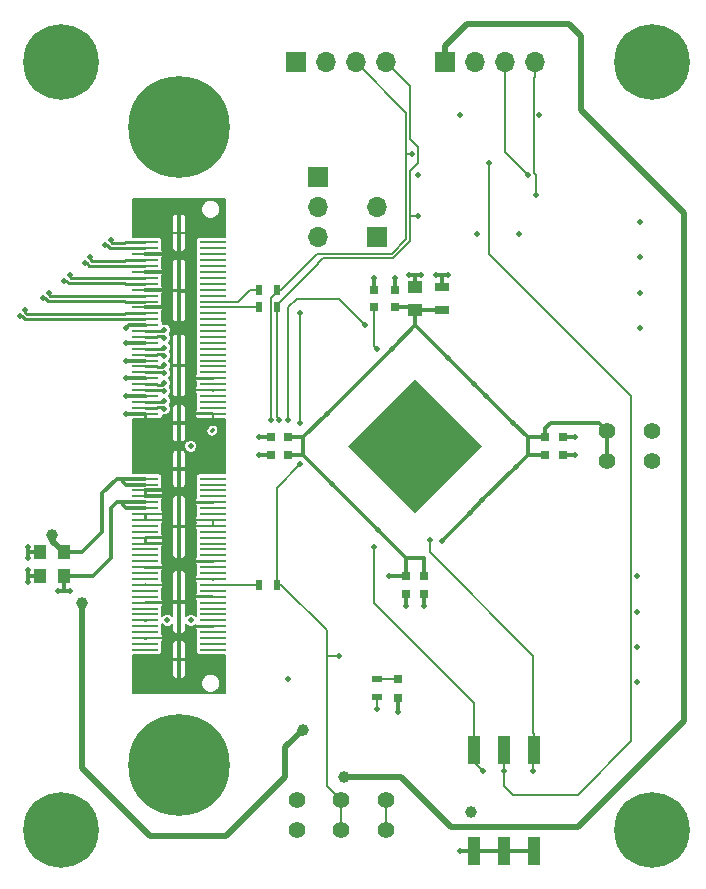
<source format=gtl>
G04 #@! TF.FileFunction,Copper,L1,Top,Signal*
%FSLAX46Y46*%
G04 Gerber Fmt 4.6, Leading zero omitted, Abs format (unit mm)*
G04 Created by KiCad (PCBNEW 4.0.7) date 09/10/18 12:16:13*
%MOMM*%
%LPD*%
G01*
G04 APERTURE LIST*
%ADD10C,0.100000*%
%ADD11R,2.268220X0.279400*%
%ADD12R,0.429260X2.540000*%
%ADD13R,0.429260X4.699000*%
%ADD14C,0.300000*%
%ADD15R,1.250000X1.000000*%
%ADD16R,0.750000X0.800000*%
%ADD17R,0.800000X0.750000*%
%ADD18R,1.000000X1.250000*%
%ADD19R,0.800000X0.800000*%
%ADD20R,1.300000X0.700000*%
%ADD21C,6.400000*%
%ADD22C,0.600000*%
%ADD23C,8.600000*%
%ADD24R,1.700000X1.700000*%
%ADD25O,1.700000X1.700000*%
%ADD26R,1.120000X2.440000*%
%ADD27C,1.400000*%
%ADD28R,0.500000X0.900000*%
%ADD29R,0.900000X0.500000*%
%ADD30C,0.500000*%
%ADD31C,1.000000*%
%ADD32C,0.300000*%
%ADD33C,0.150000*%
%ADD34C,0.500000*%
%ADD35C,0.250000*%
%ADD36C,0.200000*%
G04 APERTURE END LIST*
D10*
D11*
X62132340Y-55250860D03*
X67867660Y-55250860D03*
X62132340Y-55751240D03*
X67867660Y-55751240D03*
X62132340Y-56251620D03*
X67867660Y-56251620D03*
X62132340Y-56752000D03*
X67867660Y-56752000D03*
X62132340Y-57252380D03*
X67867660Y-57252380D03*
X62132340Y-57750220D03*
X67867660Y-57750220D03*
X62132340Y-58250600D03*
X67867660Y-58250600D03*
X62132340Y-58750980D03*
X67867660Y-58750980D03*
X62132340Y-59251360D03*
X67867660Y-59251360D03*
X62132340Y-59751740D03*
X67867660Y-59751740D03*
X62132340Y-60252120D03*
X67867660Y-60252120D03*
X62132340Y-60752500D03*
X67867660Y-60752500D03*
X62132340Y-61250340D03*
X67867660Y-61250340D03*
X62132340Y-61750720D03*
X67867660Y-61750720D03*
X62132340Y-62251100D03*
X67867660Y-62251100D03*
X62132340Y-62751480D03*
X67867660Y-62751480D03*
X62132340Y-63251860D03*
X67867660Y-63251860D03*
X62132340Y-63752240D03*
X67867660Y-63752240D03*
X62132340Y-64250080D03*
X67867660Y-64250080D03*
X62132340Y-64750460D03*
X67867660Y-64750460D03*
X62132340Y-65250840D03*
X67867660Y-65250840D03*
X62132340Y-65751220D03*
X67867660Y-65751220D03*
X62132340Y-66251600D03*
X67867660Y-66251600D03*
X62132340Y-66751980D03*
X67867660Y-66751980D03*
X62132340Y-67252360D03*
X67867660Y-67252360D03*
X62132340Y-67750200D03*
X67867660Y-67750200D03*
X62132340Y-68250580D03*
X67867660Y-68250580D03*
X62132340Y-68750960D03*
X67867660Y-68750960D03*
X62132340Y-69251340D03*
X67867660Y-69251340D03*
X62132340Y-69751720D03*
X67867660Y-69751720D03*
X62132340Y-75248280D03*
X67867660Y-75248280D03*
X62132340Y-75748660D03*
X67867660Y-75748660D03*
X62132340Y-76249040D03*
X67867660Y-76249040D03*
X62132340Y-76749420D03*
X67867660Y-76749420D03*
X62132340Y-77249800D03*
X67867660Y-77249800D03*
X62132340Y-77747640D03*
X67867660Y-77747640D03*
X62132340Y-78248020D03*
X67867660Y-78248020D03*
X62132340Y-78748400D03*
X67867660Y-78748400D03*
X62132340Y-79248780D03*
X67867660Y-79248780D03*
X62132340Y-79749160D03*
X67867660Y-79749160D03*
X62132340Y-80249540D03*
X67867660Y-80249540D03*
X62132340Y-80749920D03*
X67867660Y-80749920D03*
X62132340Y-81247760D03*
X67867660Y-81247760D03*
X62132340Y-81748140D03*
X67867660Y-81748140D03*
X62132340Y-82248520D03*
X67867660Y-82248520D03*
X62132340Y-82748900D03*
X67867660Y-82748900D03*
X62132340Y-83249280D03*
X67867660Y-83249280D03*
X62132340Y-83749660D03*
X67867660Y-83749660D03*
X62132340Y-84247500D03*
X67867660Y-84247500D03*
X62132340Y-84747880D03*
X67867660Y-84747880D03*
X62132340Y-85248260D03*
X67867660Y-85248260D03*
X62132340Y-85748640D03*
X67867660Y-85748640D03*
X62132340Y-86249020D03*
X67867660Y-86249020D03*
X62132340Y-86749400D03*
X67867660Y-86749400D03*
X62132340Y-87249780D03*
X67867660Y-87249780D03*
X62132340Y-87747620D03*
X67867660Y-87747620D03*
X62132340Y-88248000D03*
X67867660Y-88248000D03*
X62132340Y-88748380D03*
X67867660Y-88748380D03*
X62132340Y-89248760D03*
X67867660Y-89248760D03*
X62132340Y-89749140D03*
X67867660Y-89749140D03*
D12*
X65000000Y-54435520D03*
D13*
X65000000Y-59325020D03*
X65000000Y-65675020D03*
D12*
X65000000Y-70567060D03*
X65000000Y-74432940D03*
D13*
X65000000Y-79324980D03*
X65000000Y-85674980D03*
D12*
X65000000Y-90564480D03*
D14*
X85000000Y-77449747D03*
X85707107Y-76742641D03*
X86414214Y-76035534D03*
X87121320Y-75328427D03*
X87828427Y-74621320D03*
X88535534Y-73914214D03*
X89242641Y-73207107D03*
X89949747Y-72500000D03*
X89242641Y-71792893D03*
X88535534Y-72500000D03*
X87828427Y-73207107D03*
X87121320Y-73914214D03*
X86414214Y-74621320D03*
X85707107Y-75328427D03*
X85000000Y-76035534D03*
X84292893Y-76742641D03*
X83585786Y-76035534D03*
X82878680Y-75328427D03*
X84292893Y-75328427D03*
X83585786Y-74621320D03*
X84292893Y-73914214D03*
X85000000Y-74621320D03*
X85707107Y-73914214D03*
X85000000Y-73207107D03*
X85707107Y-72500000D03*
X86414214Y-73207107D03*
X87121320Y-72500000D03*
X86414214Y-71792893D03*
X87828427Y-71792893D03*
X87121320Y-71085786D03*
X88535534Y-71085786D03*
X87828427Y-70378680D03*
X80050253Y-72500000D03*
X80757359Y-73207107D03*
X81464466Y-73914214D03*
X82171573Y-74621320D03*
X82878680Y-73914214D03*
X82171573Y-73207107D03*
X81464466Y-72500000D03*
X80757359Y-71792893D03*
X81464466Y-71085786D03*
X82171573Y-71792893D03*
X82878680Y-72500000D03*
X83585786Y-73207107D03*
X84292893Y-72500000D03*
X83585786Y-71792893D03*
X82878680Y-71085786D03*
X82171573Y-70378680D03*
X82878680Y-69671573D03*
X83585786Y-70378680D03*
X84292893Y-71085786D03*
X85000000Y-71792893D03*
X85707107Y-71085786D03*
X85000000Y-70378680D03*
X84292893Y-69671573D03*
X83585786Y-68964466D03*
X84292893Y-68257359D03*
X85000000Y-68964466D03*
X85707107Y-69671573D03*
X86414214Y-70378680D03*
X87121320Y-69671573D03*
X86414214Y-68964466D03*
X85707107Y-68257359D03*
X85000000Y-67550253D03*
D10*
G36*
X85000000Y-66843146D02*
X90656854Y-72500000D01*
X85000000Y-78156854D01*
X79343146Y-72500000D01*
X85000000Y-66843146D01*
X85000000Y-66843146D01*
G37*
D15*
X85000000Y-61000000D03*
X85000000Y-59000000D03*
D16*
X83250000Y-60750000D03*
X83250000Y-59250000D03*
D17*
X74250000Y-71750000D03*
X72750000Y-71750000D03*
X74250000Y-73250000D03*
X72750000Y-73250000D03*
X96000000Y-71750000D03*
X97500000Y-71750000D03*
X96000000Y-73250000D03*
X97500000Y-73250000D03*
D16*
X85750000Y-83500000D03*
X85750000Y-85000000D03*
X84250000Y-83500000D03*
X84250000Y-85000000D03*
X81500000Y-60750000D03*
X81500000Y-59250000D03*
D18*
X55250000Y-83500000D03*
X53250000Y-83500000D03*
X55250000Y-81500000D03*
X53250000Y-81500000D03*
D19*
X83500000Y-92200000D03*
X83500000Y-93800000D03*
D20*
X87250000Y-59050000D03*
X87250000Y-60950000D03*
D21*
X55000000Y-40000000D03*
D22*
X57400000Y-40000000D03*
X56697056Y-41697056D03*
X55000000Y-42400000D03*
X53302944Y-41697056D03*
X52600000Y-40000000D03*
X53302944Y-38302944D03*
X55000000Y-37600000D03*
X56697056Y-38302944D03*
D21*
X55000000Y-105000000D03*
D22*
X57400000Y-105000000D03*
X56697056Y-106697056D03*
X55000000Y-107400000D03*
X53302944Y-106697056D03*
X52600000Y-105000000D03*
X53302944Y-103302944D03*
X55000000Y-102600000D03*
X56697056Y-103302944D03*
D21*
X105000000Y-105000000D03*
D22*
X107400000Y-105000000D03*
X106697056Y-106697056D03*
X105000000Y-107400000D03*
X103302944Y-106697056D03*
X102600000Y-105000000D03*
X103302944Y-103302944D03*
X105000000Y-102600000D03*
X106697056Y-103302944D03*
D21*
X105000000Y-40000000D03*
D22*
X107400000Y-40000000D03*
X106697056Y-41697056D03*
X105000000Y-42400000D03*
X103302944Y-41697056D03*
X102600000Y-40000000D03*
X103302944Y-38302944D03*
X105000000Y-37600000D03*
X106697056Y-38302944D03*
D23*
X65000000Y-99500000D03*
X65000000Y-45500000D03*
D24*
X76750000Y-49670000D03*
D25*
X76750000Y-52210000D03*
X76750000Y-54750000D03*
D24*
X81750000Y-54750000D03*
D25*
X81750000Y-52210000D03*
D26*
X95040000Y-98195000D03*
X89960000Y-106805000D03*
X92500000Y-98195000D03*
X92500000Y-106805000D03*
X89960000Y-98195000D03*
X95040000Y-106805000D03*
D24*
X87500000Y-40000000D03*
D25*
X90040000Y-40000000D03*
X92580000Y-40000000D03*
X95120000Y-40000000D03*
D24*
X74880000Y-40000000D03*
D25*
X77420000Y-40000000D03*
X79960000Y-40000000D03*
X82500000Y-40000000D03*
D27*
X105000000Y-73790000D03*
X105000000Y-71250000D03*
X101250000Y-73750000D03*
X101250000Y-71210000D03*
X78750000Y-105040000D03*
X78750000Y-102500000D03*
X82500000Y-105040000D03*
X82500000Y-102500000D03*
D28*
X71750000Y-59250000D03*
X73250000Y-59250000D03*
X73250000Y-60750000D03*
X71750000Y-60750000D03*
X71750000Y-84250000D03*
X73250000Y-84250000D03*
D29*
X81750000Y-93750000D03*
X81750000Y-92250000D03*
D27*
X75000000Y-105040000D03*
X75000000Y-102500000D03*
D30*
X66000000Y-87250000D03*
X64000000Y-87250000D03*
X66000000Y-72500000D03*
X83000000Y-64250000D03*
X93500000Y-74250000D03*
X91000045Y-68250045D03*
X89957062Y-67207062D03*
X87250000Y-80500000D03*
X82750000Y-83500000D03*
X77500000Y-69750000D03*
X77939295Y-75689295D03*
X81810705Y-79560705D03*
X89603508Y-78146492D03*
X90664169Y-77085831D03*
X93250000Y-70500000D03*
X87750000Y-65000000D03*
X104000000Y-53500000D03*
X104000000Y-56500000D03*
X104000000Y-59500000D03*
X104000000Y-62500000D03*
X103750000Y-92500000D03*
X103750000Y-89500000D03*
X103750000Y-83500000D03*
X103750000Y-86500000D03*
X60500000Y-62500000D03*
X60500000Y-63750000D03*
X60500000Y-65250000D03*
X60500000Y-66750000D03*
X60500000Y-68250000D03*
X60500000Y-69750000D03*
X66000000Y-85750000D03*
X64000000Y-85750000D03*
X66000000Y-70750000D03*
X64000000Y-70750000D03*
X66000000Y-74250000D03*
X64000000Y-72500000D03*
X64000000Y-74250000D03*
X65000000Y-92500000D03*
X65000000Y-88750000D03*
X65000000Y-72500000D03*
X65000000Y-52500000D03*
X65000000Y-56250000D03*
X63750000Y-56250000D03*
X63750000Y-57750000D03*
X63750000Y-59250000D03*
X63750000Y-60750000D03*
D31*
X89750000Y-103500000D03*
D30*
X85500000Y-58000000D03*
X84500000Y-58000000D03*
X52250000Y-84000000D03*
X52250000Y-83000000D03*
X52250000Y-82000000D03*
X52250000Y-81000000D03*
X88750000Y-106750000D03*
X83500000Y-95000000D03*
X74250000Y-92250000D03*
X88750000Y-44500000D03*
X95500000Y-44500000D03*
X93750000Y-54500000D03*
X83250000Y-58250000D03*
X81500000Y-58250000D03*
X71750000Y-73250000D03*
X71750000Y-71750000D03*
X98500000Y-71750000D03*
X98500000Y-73250000D03*
X85750000Y-86000000D03*
X84250000Y-86000000D03*
X81750000Y-64250000D03*
X81500000Y-81000000D03*
X90750000Y-100000000D03*
X55750000Y-84750000D03*
X54750000Y-84750000D03*
X85250000Y-49500000D03*
X90250000Y-54500000D03*
X86750000Y-58000000D03*
X87750000Y-58000000D03*
D31*
X79000000Y-100500000D03*
X54250000Y-80000000D03*
X75500000Y-96500000D03*
X56750000Y-85750000D03*
D30*
X75250000Y-70500000D03*
X75250000Y-61250000D03*
X86202082Y-80452082D03*
X95000000Y-100000000D03*
X91250000Y-48500000D03*
X92500000Y-100000000D03*
X94500000Y-49500000D03*
X95250000Y-51250000D03*
X84750000Y-47750000D03*
X72750000Y-70250000D03*
X85250000Y-53000000D03*
X73500000Y-70250000D03*
X63750000Y-62664170D03*
X63750000Y-63339170D03*
X63750000Y-64162770D03*
X63750000Y-64837770D03*
X63750000Y-65663910D03*
X63750000Y-66338910D03*
X63750000Y-67163780D03*
X63750000Y-67838780D03*
X63750000Y-68663650D03*
X63750000Y-69338650D03*
X81750000Y-94750000D03*
X59238648Y-55011352D03*
X58761352Y-55488648D03*
X57488648Y-56511352D03*
X57011352Y-56988648D03*
X55738648Y-58011352D03*
X55261352Y-58488648D03*
X53988648Y-59511352D03*
X53511352Y-59988648D03*
X51988648Y-61011352D03*
X51511352Y-61488648D03*
X75250000Y-74000000D03*
X74250000Y-70250000D03*
X80750000Y-62250000D03*
X78500000Y-90250000D03*
D32*
X67867660Y-71132340D02*
X67750000Y-71250000D01*
X83000000Y-64250000D02*
X83250000Y-64000000D01*
X82508973Y-64741027D02*
X83000000Y-64250000D01*
X90664169Y-77085831D02*
X93500000Y-74250000D01*
X93500000Y-74250000D02*
X94500000Y-73250000D01*
X91000000Y-68250000D02*
X91000045Y-68250045D01*
X91000045Y-68250045D02*
X93250000Y-70500000D01*
X87750000Y-65000000D02*
X89957062Y-67207062D01*
X89957062Y-67207062D02*
X89964133Y-67214133D01*
X89603508Y-78146492D02*
X87250000Y-80500000D01*
X82750000Y-83500000D02*
X84250000Y-83500000D01*
X101250000Y-71210000D02*
X101250000Y-73750000D01*
X87250000Y-60950000D02*
X85050000Y-60950000D01*
X85050000Y-60950000D02*
X85000000Y-61000000D01*
X77500000Y-69750000D02*
X82508973Y-64741027D01*
X75500000Y-71750000D02*
X77500000Y-69750000D01*
X75500000Y-73250000D02*
X77939295Y-75689295D01*
X77939295Y-75689295D02*
X81810705Y-79560705D01*
X81810705Y-79560705D02*
X84250000Y-82000000D01*
X90664169Y-77085831D02*
X89603508Y-78146492D01*
X89964133Y-67214133D02*
X91000000Y-68250000D01*
X93250000Y-70500000D02*
X94500000Y-71750000D01*
X85000000Y-62250000D02*
X87750000Y-65000000D01*
X83250000Y-64000000D02*
X85000000Y-62250000D01*
X83250000Y-60750000D02*
X84750000Y-60750000D01*
X84750000Y-60750000D02*
X85000000Y-61000000D01*
X96500000Y-70500000D02*
X100540000Y-70500000D01*
X100540000Y-70500000D02*
X101250000Y-71210000D01*
X96000000Y-71000000D02*
X96500000Y-70500000D01*
X96000000Y-71750000D02*
X96000000Y-71000000D01*
X94500000Y-73250000D02*
X94500000Y-71750000D01*
X96000000Y-73250000D02*
X94500000Y-73250000D01*
X85750000Y-82000000D02*
X84250000Y-82000000D01*
X85750000Y-83500000D02*
X85750000Y-82000000D01*
X84250000Y-82000000D02*
X84250000Y-83500000D01*
X75500000Y-73250000D02*
X74250000Y-73250000D01*
X75500000Y-71750000D02*
X75500000Y-73250000D01*
X94500000Y-71750000D02*
X96000000Y-71750000D01*
X85000000Y-62250000D02*
X85000000Y-61000000D01*
X74250000Y-71750000D02*
X75500000Y-71750000D01*
X62132340Y-62251100D02*
X60748900Y-62251100D01*
X60748900Y-62251100D02*
X60500000Y-62500000D01*
X62132340Y-63752240D02*
X60502240Y-63752240D01*
X60502240Y-63752240D02*
X60500000Y-63750000D01*
X62132340Y-65250840D02*
X60500840Y-65250840D01*
X60500840Y-65250840D02*
X60500000Y-65250000D01*
X62132340Y-66751980D02*
X60501980Y-66751980D01*
X60501980Y-66751980D02*
X60500000Y-66750000D01*
X62132340Y-68250580D02*
X60500580Y-68250580D01*
X60500580Y-68250580D02*
X60500000Y-68250000D01*
X62132340Y-69751720D02*
X60501720Y-69751720D01*
X60501720Y-69751720D02*
X60500000Y-69750000D01*
X65000000Y-85674980D02*
X65924980Y-85674980D01*
X65924980Y-85674980D02*
X66000000Y-85750000D01*
X65000000Y-85674980D02*
X64075020Y-85674980D01*
X64075020Y-85674980D02*
X64000000Y-85750000D01*
X65000000Y-70567060D02*
X65817060Y-70567060D01*
X65817060Y-70567060D02*
X66000000Y-70750000D01*
X65000000Y-70567060D02*
X64182940Y-70567060D01*
X64182940Y-70567060D02*
X64000000Y-70750000D01*
X65000000Y-74432940D02*
X65817060Y-74432940D01*
X65817060Y-74432940D02*
X66000000Y-74250000D01*
X64000000Y-74250000D02*
X64000000Y-72500000D01*
X65000000Y-74432940D02*
X64182940Y-74432940D01*
X64182940Y-74432940D02*
X64000000Y-74250000D01*
X62132340Y-76749420D02*
X63999420Y-76749420D01*
X62132340Y-76249040D02*
X63999040Y-76249040D01*
X65000000Y-59325020D02*
X65674980Y-59325020D01*
X65674980Y-59325020D02*
X65750000Y-59250000D01*
X64924980Y-59250000D02*
X65000000Y-59325020D01*
X65000000Y-90564480D02*
X65000000Y-92500000D01*
X65000000Y-90564480D02*
X65000000Y-88750000D01*
X65000000Y-85674980D02*
X65000000Y-88750000D01*
X65000000Y-85674980D02*
X65000000Y-83025480D01*
X65000000Y-83025480D02*
X65000000Y-79324980D01*
X65000000Y-74432940D02*
X65000000Y-79324980D01*
X65000000Y-74432940D02*
X65000000Y-72500000D01*
X65000000Y-70567060D02*
X65000000Y-72500000D01*
X65000000Y-70567060D02*
X65000000Y-68997060D01*
X65000000Y-68997060D02*
X65000000Y-65675020D01*
X65000000Y-59325020D02*
X65000000Y-61974520D01*
X65000000Y-61974520D02*
X65000000Y-65675020D01*
X65000000Y-54435520D02*
X65000000Y-52500000D01*
X65000000Y-59325020D02*
X65000000Y-56675520D01*
X65000000Y-56675520D02*
X65000000Y-56250000D01*
X65000000Y-54435520D02*
X65000000Y-56250000D01*
X62132340Y-56251620D02*
X63748380Y-56251620D01*
X63748380Y-56251620D02*
X63750000Y-56250000D01*
X62132340Y-57750220D02*
X63749780Y-57750220D01*
X63749780Y-57750220D02*
X63750000Y-57750000D01*
X62132340Y-59251360D02*
X63748640Y-59251360D01*
X63748640Y-59251360D02*
X63750000Y-59250000D01*
X62132340Y-60752500D02*
X63747500Y-60752500D01*
X63747500Y-60752500D02*
X63750000Y-60750000D01*
X85000000Y-58000000D02*
X85500000Y-58000000D01*
X85000000Y-58000000D02*
X84500000Y-58000000D01*
X52250000Y-81000000D02*
X52250000Y-81500000D01*
X52250000Y-81500000D02*
X52250000Y-82000000D01*
X53250000Y-81500000D02*
X52250000Y-81500000D01*
X52250000Y-83000000D02*
X52250000Y-83500000D01*
X52250000Y-83500000D02*
X52250000Y-84000000D01*
X53250000Y-83500000D02*
X52250000Y-83500000D01*
X53250000Y-83500000D02*
X52750000Y-83500000D01*
X53250000Y-81500000D02*
X52750000Y-81500000D01*
X89960000Y-106805000D02*
X88805000Y-106805000D01*
X88805000Y-106805000D02*
X88750000Y-106750000D01*
X92500000Y-106805000D02*
X95040000Y-106805000D01*
X89960000Y-106805000D02*
X92500000Y-106805000D01*
X83500000Y-93800000D02*
X83500000Y-95000000D01*
X85000000Y-59000000D02*
X85000000Y-58000000D01*
X83250000Y-59250000D02*
X83250000Y-58250000D01*
X81500000Y-59250000D02*
X81500000Y-58250000D01*
X72750000Y-73250000D02*
X71750000Y-73250000D01*
X72750000Y-71750000D02*
X71750000Y-71750000D01*
X97500000Y-71750000D02*
X98500000Y-71750000D01*
X97500000Y-73250000D02*
X98500000Y-73250000D01*
X85750000Y-85000000D02*
X85750000Y-86000000D01*
X84250000Y-85000000D02*
X84250000Y-86000000D01*
D33*
X81500000Y-60750000D02*
X81500000Y-64000000D01*
X81500000Y-64000000D02*
X81750000Y-64250000D01*
X90000000Y-94250000D02*
X81500000Y-85750000D01*
X81500000Y-85750000D02*
X81500000Y-81000000D01*
X90000000Y-96785000D02*
X90000000Y-94250000D01*
X89960000Y-98195000D02*
X89960000Y-96825000D01*
X89960000Y-96825000D02*
X90000000Y-96785000D01*
X90750000Y-100000000D02*
X89960000Y-99210000D01*
X89960000Y-99210000D02*
X89960000Y-98195000D01*
D32*
X62132340Y-77249800D02*
X60250000Y-77249800D01*
X62132340Y-77747640D02*
X60497640Y-77747640D01*
X55250000Y-84750000D02*
X55750000Y-84750000D01*
X55250000Y-84750000D02*
X54750000Y-84750000D01*
X55250000Y-83500000D02*
X55250000Y-84750000D01*
X87750000Y-58000000D02*
X87250000Y-58000000D01*
X87250000Y-58000000D02*
X86750000Y-58000000D01*
X87250000Y-58500000D02*
X87250000Y-58000000D01*
X60250000Y-77249800D02*
X59750200Y-77249800D01*
X60497640Y-77747640D02*
X60250000Y-77500000D01*
X60250000Y-77500000D02*
X60250000Y-77249800D01*
X59250000Y-82000000D02*
X57750000Y-83500000D01*
X57750000Y-83500000D02*
X55250000Y-83500000D01*
X59250000Y-77750000D02*
X59250000Y-82000000D01*
X59750200Y-77249800D02*
X59250000Y-77750000D01*
X87250000Y-59050000D02*
X87250000Y-58500000D01*
D34*
X56750000Y-85750000D02*
X56750000Y-99750000D01*
X74000000Y-100500000D02*
X74000000Y-98000000D01*
X56750000Y-99750000D02*
X62500000Y-105500000D01*
X62500000Y-105500000D02*
X69000000Y-105500000D01*
X69000000Y-105500000D02*
X74000000Y-100500000D01*
X74000000Y-98000000D02*
X75500000Y-96500000D01*
X88000000Y-104750000D02*
X83750000Y-100500000D01*
X83750000Y-100500000D02*
X79000000Y-100500000D01*
X98750000Y-104750000D02*
X88000000Y-104750000D01*
X107750000Y-95750000D02*
X98750000Y-104750000D01*
X107750000Y-52750000D02*
X107750000Y-95750000D01*
X99000000Y-44000000D02*
X107750000Y-52750000D01*
X99000000Y-37750000D02*
X99000000Y-44000000D01*
X98000000Y-36750000D02*
X99000000Y-37750000D01*
X89400000Y-36750000D02*
X98000000Y-36750000D01*
X87500000Y-40000000D02*
X87500000Y-38650000D01*
X87500000Y-38650000D02*
X89400000Y-36750000D01*
D32*
X58500000Y-79750000D02*
X56750000Y-81500000D01*
X56750000Y-81500000D02*
X55250000Y-81500000D01*
D34*
X54250000Y-80000000D02*
X54250000Y-80500000D01*
X54250000Y-80500000D02*
X55250000Y-81500000D01*
D32*
X60250000Y-75248280D02*
X59751720Y-75248280D01*
X59751720Y-75248280D02*
X58500000Y-76500000D01*
X58500000Y-76500000D02*
X58500000Y-79750000D01*
X60250000Y-75248280D02*
X62132340Y-75248280D01*
X60500000Y-75750000D02*
X60250000Y-75500000D01*
X60250000Y-75500000D02*
X60250000Y-75248280D01*
X60696890Y-75750000D02*
X60500000Y-75750000D01*
X62132340Y-75748660D02*
X60698230Y-75748660D01*
X60698230Y-75748660D02*
X60696890Y-75750000D01*
D33*
X81750000Y-92250000D02*
X83450000Y-92250000D01*
X83450000Y-92250000D02*
X83500000Y-92200000D01*
X75250000Y-61250000D02*
X75250000Y-70500000D01*
X86202082Y-80452082D02*
X86202082Y-81452082D01*
X95040000Y-96825000D02*
X95040000Y-98195000D01*
X86202082Y-81452082D02*
X95000000Y-90250000D01*
X95000000Y-90250000D02*
X95000000Y-96785000D01*
X95000000Y-96785000D02*
X95040000Y-96825000D01*
X95000000Y-100000000D02*
X95000000Y-98235000D01*
X95000000Y-98235000D02*
X95040000Y-98195000D01*
X103250000Y-68250000D02*
X103250000Y-97500000D01*
X91250000Y-56250000D02*
X103250000Y-68250000D01*
X91250000Y-48500000D02*
X91250000Y-56250000D01*
X98750000Y-102000000D02*
X93250000Y-102000000D01*
X103250000Y-97500000D02*
X98750000Y-102000000D01*
X93250000Y-102000000D02*
X92500000Y-101250000D01*
X92500000Y-101250000D02*
X92500000Y-100000000D01*
X92500000Y-100000000D02*
X92500000Y-98195000D01*
X92580000Y-40000000D02*
X92580000Y-47580000D01*
X92580000Y-47580000D02*
X94500000Y-49500000D01*
X95120000Y-40000000D02*
X95120000Y-41202081D01*
X95120000Y-41202081D02*
X95024999Y-41297082D01*
X95024999Y-41297082D02*
X95024999Y-49336797D01*
X95024999Y-49336797D02*
X95250000Y-49561798D01*
X95250000Y-49561798D02*
X95250000Y-51250000D01*
X84250000Y-47750000D02*
X84750000Y-47750000D01*
X84250000Y-47750000D02*
X84250000Y-44290000D01*
X84250000Y-55000000D02*
X84250000Y-47750000D01*
X73250000Y-59250000D02*
X73650000Y-59250000D01*
X73650000Y-59250000D02*
X76650000Y-56250000D01*
X76650000Y-56250000D02*
X83000000Y-56250000D01*
X83000000Y-56250000D02*
X84250000Y-55000000D01*
X84250000Y-44290000D02*
X79960000Y-40000000D01*
X73250000Y-59250000D02*
X73250000Y-59450000D01*
X73250000Y-59450000D02*
X72750000Y-59950000D01*
X72750000Y-59950000D02*
X72750000Y-60162998D01*
X72750000Y-60162998D02*
X72750000Y-70250000D01*
X85000000Y-53000000D02*
X85250000Y-53000000D01*
X84540010Y-55120126D02*
X84540010Y-53000000D01*
X84540010Y-53000000D02*
X84540010Y-49209990D01*
X85000000Y-53000000D02*
X84540010Y-53000000D01*
X73250000Y-60750000D02*
X73250000Y-60550000D01*
X76750000Y-57000000D02*
X77209990Y-56540010D01*
X73250000Y-60550000D02*
X76750000Y-57050000D01*
X76750000Y-57050000D02*
X76750000Y-57000000D01*
X85250000Y-48500000D02*
X85250000Y-47209990D01*
X77209990Y-56540010D02*
X83120127Y-56540009D01*
X85250000Y-47209990D02*
X84540010Y-46500000D01*
X83120127Y-56540009D02*
X84540010Y-55120126D01*
X84540010Y-49209990D02*
X85250000Y-48500000D01*
X84540010Y-46500000D02*
X84540010Y-42040010D01*
X84540010Y-42040010D02*
X82500000Y-40000000D01*
X73250000Y-60750000D02*
X73250000Y-70000000D01*
X73250000Y-70000000D02*
X73500000Y-70250000D01*
X67867660Y-60252120D02*
X69997880Y-60252120D01*
X71000000Y-59250000D02*
X71750000Y-59250000D01*
X69997880Y-60252120D02*
X71000000Y-59250000D01*
X67867660Y-60752500D02*
X71747500Y-60752500D01*
X71747500Y-60752500D02*
X71750000Y-60750000D01*
D35*
X63164441Y-62789171D02*
X63624999Y-62789171D01*
X63624999Y-62789171D02*
X63750000Y-62664170D01*
X62132340Y-62751480D02*
X63126750Y-62751480D01*
X63126750Y-62751480D02*
X63164441Y-62789171D01*
X62132340Y-63251860D02*
X63126750Y-63251860D01*
X63126750Y-63251860D02*
X63164441Y-63214169D01*
X63164441Y-63214169D02*
X63624999Y-63214169D01*
X63624999Y-63214169D02*
X63750000Y-63339170D01*
X62132340Y-64250080D02*
X63126750Y-64250080D01*
X63126750Y-64250080D02*
X63164441Y-64287771D01*
X63164441Y-64287771D02*
X63624999Y-64287771D01*
X63624999Y-64287771D02*
X63750000Y-64162770D01*
X63164441Y-64712769D02*
X63624999Y-64712769D01*
X62132340Y-64750460D02*
X63126750Y-64750460D01*
X63624999Y-64712769D02*
X63750000Y-64837770D01*
X63126750Y-64750460D02*
X63164441Y-64712769D01*
X62132340Y-65751220D02*
X63126750Y-65751220D01*
X63164441Y-65788911D02*
X63624999Y-65788911D01*
X63126750Y-65751220D02*
X63164441Y-65788911D01*
X63624999Y-65788911D02*
X63750000Y-65663910D01*
X63126750Y-66251600D02*
X63164441Y-66213909D01*
X63164441Y-66213909D02*
X63624999Y-66213909D01*
X62132340Y-66251600D02*
X63126750Y-66251600D01*
X63624999Y-66213909D02*
X63750000Y-66338910D01*
X63163171Y-67288781D02*
X63624999Y-67288781D01*
X62132340Y-67252360D02*
X63126750Y-67252360D01*
X63126750Y-67252360D02*
X63163171Y-67288781D01*
X63624999Y-67288781D02*
X63750000Y-67163780D01*
X63163171Y-67713779D02*
X63624999Y-67713779D01*
X62132340Y-67750200D02*
X63126750Y-67750200D01*
X63126750Y-67750200D02*
X63163171Y-67713779D01*
X63624999Y-67713779D02*
X63750000Y-67838780D01*
X63126750Y-68750960D02*
X63164441Y-68788651D01*
X63624999Y-68788651D02*
X63750000Y-68663650D01*
X62132340Y-68750960D02*
X63126750Y-68750960D01*
X63164441Y-68788651D02*
X63624999Y-68788651D01*
X62132340Y-69251340D02*
X63126750Y-69251340D01*
X63126750Y-69251340D02*
X63164441Y-69213649D01*
X63164441Y-69213649D02*
X63624999Y-69213649D01*
X63624999Y-69213649D02*
X63750000Y-69338650D01*
D33*
X71750000Y-84250000D02*
X67870160Y-84250000D01*
X67870160Y-84250000D02*
X67867660Y-84247500D01*
X82500000Y-102500000D02*
X82500000Y-103489949D01*
X82500000Y-103489949D02*
X82500000Y-105040000D01*
X81750000Y-93750000D02*
X81750000Y-94750000D01*
D35*
X59238648Y-55011352D02*
X59238648Y-55188128D01*
X59238648Y-55188128D02*
X59339070Y-55288550D01*
X59339070Y-55288550D02*
X60393485Y-55288550D01*
X62132340Y-55250860D02*
X60431175Y-55250860D01*
X60431175Y-55250860D02*
X60393485Y-55288550D01*
X58761352Y-55488648D02*
X58938128Y-55488648D01*
X58938128Y-55488648D02*
X59163030Y-55713550D01*
X59163030Y-55713550D02*
X60393485Y-55713550D01*
X62132340Y-55751240D02*
X60431175Y-55751240D01*
X60431175Y-55751240D02*
X60393485Y-55713550D01*
X57488648Y-56511352D02*
X57488648Y-56688128D01*
X57488648Y-56688128D02*
X57590210Y-56789690D01*
X57590210Y-56789690D02*
X60393485Y-56789690D01*
X60393485Y-56789690D02*
X60431175Y-56752000D01*
X60431175Y-56752000D02*
X62132340Y-56752000D01*
X57188128Y-56988648D02*
X57414170Y-57214690D01*
X57011352Y-56988648D02*
X57188128Y-56988648D01*
X57414170Y-57214690D02*
X60393485Y-57214690D01*
X60393485Y-57214690D02*
X60431175Y-57252380D01*
X60431175Y-57252380D02*
X62132340Y-57252380D01*
X55838810Y-58288290D02*
X60393485Y-58288290D01*
X55738648Y-58011352D02*
X55738648Y-58188128D01*
X60431175Y-58250600D02*
X62132340Y-58250600D01*
X55738648Y-58188128D02*
X55838810Y-58288290D01*
X60393485Y-58288290D02*
X60431175Y-58250600D01*
X55261352Y-58488648D02*
X55438128Y-58488648D01*
X55438128Y-58488648D02*
X55662770Y-58713290D01*
X60393485Y-58713290D02*
X60431175Y-58750980D01*
X55662770Y-58713290D02*
X60393485Y-58713290D01*
X60431175Y-58750980D02*
X62132340Y-58750980D01*
X53988648Y-59511352D02*
X53988648Y-59688128D01*
X53988648Y-59688128D02*
X54089950Y-59789430D01*
X60393485Y-59789430D02*
X60431175Y-59751740D01*
X54089950Y-59789430D02*
X60393485Y-59789430D01*
X60431175Y-59751740D02*
X62132340Y-59751740D01*
X53511352Y-59988648D02*
X53688128Y-59988648D01*
X53688128Y-59988648D02*
X53913910Y-60214430D01*
X60393485Y-60214430D02*
X60431175Y-60252120D01*
X53913910Y-60214430D02*
X60393485Y-60214430D01*
X60431175Y-60252120D02*
X62132340Y-60252120D01*
X60431175Y-61250340D02*
X62132340Y-61250340D01*
X51988648Y-61011352D02*
X51988648Y-61188128D01*
X51988648Y-61188128D02*
X52088550Y-61288030D01*
X52088550Y-61288030D02*
X60393485Y-61288030D01*
X60393485Y-61288030D02*
X60431175Y-61250340D01*
X51511352Y-61488648D02*
X51688128Y-61488648D01*
X51688128Y-61488648D02*
X51912510Y-61713030D01*
X51912510Y-61713030D02*
X60393485Y-61713030D01*
X60393485Y-61713030D02*
X60431175Y-61750720D01*
X60431175Y-61750720D02*
X62132340Y-61750720D01*
D33*
X78750000Y-102500000D02*
X78750000Y-105040000D01*
X77500000Y-90250000D02*
X77500000Y-101250000D01*
X77500000Y-101250000D02*
X78750000Y-102500000D01*
X75250000Y-74000000D02*
X73250000Y-76000000D01*
X73250000Y-76000000D02*
X73250000Y-84250000D01*
X75000000Y-60000000D02*
X74250000Y-60750000D01*
X74250000Y-60750000D02*
X74250000Y-70250000D01*
X75750000Y-60000000D02*
X75000000Y-60000000D01*
X78500000Y-60000000D02*
X75750000Y-60000000D01*
X79250000Y-60750000D02*
X78500000Y-60000000D01*
X80750000Y-62250000D02*
X79250000Y-60750000D01*
X77500000Y-90250000D02*
X77500000Y-88100000D01*
X78500000Y-90250000D02*
X77500000Y-90250000D01*
X73650000Y-84250000D02*
X73250000Y-84250000D01*
X77500000Y-88100000D02*
X73650000Y-84250000D01*
D36*
G36*
X68900000Y-54805283D02*
X66733550Y-54805283D01*
X66622377Y-54826202D01*
X66520271Y-54891905D01*
X66451772Y-54992157D01*
X66427673Y-55111160D01*
X66427673Y-55390560D01*
X66448592Y-55501733D01*
X66449594Y-55503291D01*
X66427673Y-55611540D01*
X66427673Y-55890940D01*
X66448592Y-56002113D01*
X66449594Y-56003671D01*
X66427673Y-56111920D01*
X66427673Y-56391320D01*
X66448592Y-56502493D01*
X66449594Y-56504051D01*
X66427673Y-56612300D01*
X66427673Y-56891700D01*
X66448592Y-57002873D01*
X66449594Y-57004431D01*
X66427673Y-57112680D01*
X66427673Y-57392080D01*
X66448592Y-57503253D01*
X66449203Y-57504203D01*
X66427673Y-57610520D01*
X66427673Y-57889920D01*
X66448592Y-58001093D01*
X66449594Y-58002651D01*
X66427673Y-58110900D01*
X66427673Y-58390300D01*
X66448592Y-58501473D01*
X66449594Y-58503031D01*
X66427673Y-58611280D01*
X66427673Y-58890680D01*
X66448592Y-59001853D01*
X66449594Y-59003411D01*
X66427673Y-59111660D01*
X66427673Y-59391060D01*
X66448592Y-59502233D01*
X66449594Y-59503791D01*
X66427673Y-59612040D01*
X66427673Y-59891440D01*
X66448592Y-60002613D01*
X66449594Y-60004171D01*
X66427673Y-60112420D01*
X66427673Y-60391820D01*
X66448592Y-60502993D01*
X66449594Y-60504551D01*
X66427673Y-60612800D01*
X66427673Y-60892200D01*
X66448592Y-61003373D01*
X66449203Y-61004323D01*
X66427673Y-61110640D01*
X66427673Y-61390040D01*
X66448592Y-61501213D01*
X66449594Y-61502771D01*
X66427673Y-61611020D01*
X66427673Y-61890420D01*
X66448592Y-62001593D01*
X66449594Y-62003151D01*
X66427673Y-62111400D01*
X66427673Y-62390800D01*
X66448592Y-62501973D01*
X66449594Y-62503531D01*
X66427673Y-62611780D01*
X66427673Y-62891180D01*
X66448592Y-63002353D01*
X66449594Y-63003911D01*
X66427673Y-63112160D01*
X66427673Y-63391560D01*
X66448592Y-63502733D01*
X66449594Y-63504291D01*
X66427673Y-63612540D01*
X66427673Y-63891940D01*
X66448592Y-64003113D01*
X66449203Y-64004063D01*
X66427673Y-64110380D01*
X66427673Y-64389780D01*
X66448592Y-64500953D01*
X66449594Y-64502511D01*
X66427673Y-64610760D01*
X66427673Y-64890160D01*
X66448592Y-65001333D01*
X66449594Y-65002891D01*
X66427673Y-65111140D01*
X66427673Y-65390540D01*
X66448592Y-65501713D01*
X66449594Y-65503271D01*
X66427673Y-65611520D01*
X66427673Y-65890920D01*
X66448592Y-66002093D01*
X66449594Y-66003651D01*
X66427673Y-66111900D01*
X66427673Y-66391300D01*
X66433474Y-66422132D01*
X66383550Y-66542661D01*
X66383550Y-66639480D01*
X66471050Y-66726980D01*
X67842660Y-66726980D01*
X67842660Y-66706980D01*
X67892660Y-66706980D01*
X67892660Y-66726980D01*
X67912660Y-66726980D01*
X67912660Y-66776980D01*
X67892660Y-66776980D01*
X67892660Y-66796980D01*
X67842660Y-66796980D01*
X67842660Y-66776980D01*
X66471050Y-66776980D01*
X66383550Y-66864480D01*
X66383550Y-66961299D01*
X66433771Y-67082545D01*
X66427673Y-67112660D01*
X66427673Y-67392060D01*
X66433146Y-67421145D01*
X66383550Y-67540881D01*
X66383550Y-67637700D01*
X66471050Y-67725200D01*
X67842660Y-67725200D01*
X67842660Y-67705200D01*
X67892660Y-67705200D01*
X67892660Y-67725200D01*
X67912660Y-67725200D01*
X67912660Y-67775200D01*
X67892660Y-67775200D01*
X67892660Y-67795200D01*
X67842660Y-67795200D01*
X67842660Y-67775200D01*
X66471050Y-67775200D01*
X66383550Y-67862700D01*
X66383550Y-67959519D01*
X66433771Y-68080765D01*
X66427673Y-68110880D01*
X66427673Y-68390280D01*
X66448592Y-68501453D01*
X66449594Y-68503011D01*
X66427673Y-68611260D01*
X66427673Y-68890660D01*
X66448592Y-69001833D01*
X66449594Y-69003391D01*
X66427673Y-69111640D01*
X66427673Y-69391040D01*
X66433474Y-69421872D01*
X66383550Y-69542401D01*
X66383550Y-69639220D01*
X66471050Y-69726720D01*
X67842660Y-69726720D01*
X67842660Y-69706720D01*
X67892660Y-69706720D01*
X67892660Y-69726720D01*
X67912660Y-69726720D01*
X67912660Y-69776720D01*
X67892660Y-69776720D01*
X67892660Y-70153920D01*
X67980160Y-70241420D01*
X68900000Y-70241420D01*
X68900000Y-74802703D01*
X66733550Y-74802703D01*
X66622377Y-74823622D01*
X66520271Y-74889325D01*
X66451772Y-74989577D01*
X66427673Y-75108580D01*
X66427673Y-75387980D01*
X66448592Y-75499153D01*
X66449594Y-75500711D01*
X66427673Y-75608960D01*
X66427673Y-75888360D01*
X66448592Y-75999533D01*
X66449594Y-76001091D01*
X66427673Y-76109340D01*
X66427673Y-76388740D01*
X66448592Y-76499913D01*
X66449594Y-76501471D01*
X66427673Y-76609720D01*
X66427673Y-76889120D01*
X66433474Y-76919952D01*
X66383550Y-77040481D01*
X66383550Y-77137300D01*
X66471050Y-77224800D01*
X67842660Y-77224800D01*
X67842660Y-77204800D01*
X67892660Y-77204800D01*
X67892660Y-77224800D01*
X67912660Y-77224800D01*
X67912660Y-77274800D01*
X67892660Y-77274800D01*
X67892660Y-77294800D01*
X67842660Y-77294800D01*
X67842660Y-77274800D01*
X66471050Y-77274800D01*
X66383550Y-77362300D01*
X66383550Y-77459119D01*
X66433426Y-77579531D01*
X66427673Y-77607940D01*
X66427673Y-77887340D01*
X66448592Y-77998513D01*
X66449594Y-78000071D01*
X66427673Y-78108320D01*
X66427673Y-78387720D01*
X66433474Y-78418552D01*
X66383550Y-78539081D01*
X66383550Y-78635900D01*
X66471050Y-78723400D01*
X67842660Y-78723400D01*
X67842660Y-78703400D01*
X67892660Y-78703400D01*
X67892660Y-78723400D01*
X67912660Y-78723400D01*
X67912660Y-78773400D01*
X67892660Y-78773400D01*
X67892660Y-79223780D01*
X67912660Y-79223780D01*
X67912660Y-79273780D01*
X67892660Y-79273780D01*
X67892660Y-79293780D01*
X67842660Y-79293780D01*
X67842660Y-79273780D01*
X66471050Y-79273780D01*
X66383550Y-79361280D01*
X66383550Y-79458099D01*
X66433771Y-79579345D01*
X66427673Y-79609460D01*
X66427673Y-79888860D01*
X66448592Y-80000033D01*
X66449594Y-80001591D01*
X66427673Y-80109840D01*
X66427673Y-80389240D01*
X66448592Y-80500413D01*
X66449594Y-80501971D01*
X66427673Y-80610220D01*
X66427673Y-80889620D01*
X66448592Y-81000793D01*
X66449203Y-81001743D01*
X66427673Y-81108060D01*
X66427673Y-81387460D01*
X66448592Y-81498633D01*
X66449594Y-81500191D01*
X66427673Y-81608440D01*
X66427673Y-81887840D01*
X66433474Y-81918672D01*
X66383550Y-82039201D01*
X66383550Y-82136020D01*
X66471050Y-82223520D01*
X67842660Y-82223520D01*
X67842660Y-82203520D01*
X67892660Y-82203520D01*
X67892660Y-82223520D01*
X67912660Y-82223520D01*
X67912660Y-82273520D01*
X67892660Y-82273520D01*
X67892660Y-82293520D01*
X67842660Y-82293520D01*
X67842660Y-82273520D01*
X66471050Y-82273520D01*
X66383550Y-82361020D01*
X66383550Y-82457839D01*
X66433771Y-82579085D01*
X66427673Y-82609200D01*
X66427673Y-82888600D01*
X66448592Y-82999773D01*
X66449594Y-83001331D01*
X66427673Y-83109580D01*
X66427673Y-83388980D01*
X66433474Y-83419812D01*
X66383550Y-83540341D01*
X66383550Y-83637160D01*
X66471050Y-83724660D01*
X67842660Y-83724660D01*
X67842660Y-83704660D01*
X67892660Y-83704660D01*
X67892660Y-83724660D01*
X67912660Y-83724660D01*
X67912660Y-83774660D01*
X67892660Y-83774660D01*
X67892660Y-83794660D01*
X67842660Y-83794660D01*
X67842660Y-83774660D01*
X66471050Y-83774660D01*
X66383550Y-83862160D01*
X66383550Y-83958979D01*
X66433426Y-84079391D01*
X66427673Y-84107800D01*
X66427673Y-84387200D01*
X66448592Y-84498373D01*
X66449594Y-84499931D01*
X66427673Y-84608180D01*
X66427673Y-84887580D01*
X66433474Y-84918412D01*
X66383550Y-85038941D01*
X66383550Y-85135760D01*
X66471050Y-85223260D01*
X67842660Y-85223260D01*
X67842660Y-85203260D01*
X67892660Y-85203260D01*
X67892660Y-85223260D01*
X67912660Y-85223260D01*
X67912660Y-85273260D01*
X67892660Y-85273260D01*
X67892660Y-85293260D01*
X67842660Y-85293260D01*
X67842660Y-85273260D01*
X66471050Y-85273260D01*
X66383550Y-85360760D01*
X66383550Y-85457579D01*
X66433771Y-85578825D01*
X66427673Y-85608940D01*
X66427673Y-85888340D01*
X66448592Y-85999513D01*
X66449594Y-86001071D01*
X66427673Y-86109320D01*
X66427673Y-86388720D01*
X66448592Y-86499893D01*
X66449594Y-86501451D01*
X66427673Y-86609700D01*
X66427673Y-86889100D01*
X66430183Y-86902437D01*
X66311957Y-86784005D01*
X66109882Y-86700096D01*
X65891078Y-86699905D01*
X65688857Y-86783461D01*
X65564630Y-86907471D01*
X65564630Y-85787480D01*
X65477130Y-85699980D01*
X65025000Y-85699980D01*
X65025000Y-88286980D01*
X65112500Y-88374480D01*
X65284250Y-88374480D01*
X65412889Y-88321195D01*
X65511346Y-88222739D01*
X65564630Y-88094099D01*
X65564630Y-87592366D01*
X65688043Y-87715995D01*
X65890118Y-87799904D01*
X66108922Y-87800095D01*
X66311143Y-87716539D01*
X66388123Y-87639693D01*
X66471050Y-87722620D01*
X67842660Y-87722620D01*
X67842660Y-87702620D01*
X67892660Y-87702620D01*
X67892660Y-87722620D01*
X67912660Y-87722620D01*
X67912660Y-87772620D01*
X67892660Y-87772620D01*
X67892660Y-87792620D01*
X67842660Y-87792620D01*
X67842660Y-87772620D01*
X66471050Y-87772620D01*
X66383550Y-87860120D01*
X66383550Y-87956939D01*
X66433771Y-88078185D01*
X66427673Y-88108300D01*
X66427673Y-88387700D01*
X66448592Y-88498873D01*
X66449594Y-88500431D01*
X66427673Y-88608680D01*
X66427673Y-88888080D01*
X66448592Y-88999253D01*
X66449594Y-89000811D01*
X66427673Y-89109060D01*
X66427673Y-89388460D01*
X66448592Y-89499633D01*
X66449594Y-89501191D01*
X66427673Y-89609440D01*
X66427673Y-89888840D01*
X66448592Y-90000013D01*
X66514295Y-90102119D01*
X66614547Y-90170618D01*
X66733550Y-90194717D01*
X68900000Y-90194717D01*
X68900000Y-93400000D01*
X61100000Y-93400000D01*
X61100000Y-92723728D01*
X66860129Y-92723728D01*
X66983074Y-93021276D01*
X67210527Y-93249126D01*
X67507860Y-93372590D01*
X67829808Y-93372871D01*
X68127356Y-93249926D01*
X68355206Y-93022473D01*
X68478670Y-92725140D01*
X68478951Y-92403192D01*
X68356006Y-92105644D01*
X68128553Y-91877794D01*
X67831220Y-91754330D01*
X67509272Y-91754049D01*
X67211724Y-91876994D01*
X66983874Y-92104447D01*
X66860410Y-92401780D01*
X66860129Y-92723728D01*
X61100000Y-92723728D01*
X61100000Y-90676980D01*
X64435370Y-90676980D01*
X64435370Y-91904099D01*
X64488654Y-92032739D01*
X64587111Y-92131195D01*
X64715750Y-92184480D01*
X64887500Y-92184480D01*
X64975000Y-92096980D01*
X64975000Y-90589480D01*
X65025000Y-90589480D01*
X65025000Y-92096980D01*
X65112500Y-92184480D01*
X65284250Y-92184480D01*
X65412889Y-92131195D01*
X65511346Y-92032739D01*
X65564630Y-91904099D01*
X65564630Y-90676980D01*
X65477130Y-90589480D01*
X65025000Y-90589480D01*
X64975000Y-90589480D01*
X64522870Y-90589480D01*
X64435370Y-90676980D01*
X61100000Y-90676980D01*
X61100000Y-90194717D01*
X63266450Y-90194717D01*
X63377623Y-90173798D01*
X63479729Y-90108095D01*
X63548228Y-90007843D01*
X63572327Y-89888840D01*
X63572327Y-89609440D01*
X63551408Y-89498267D01*
X63550406Y-89496709D01*
X63572327Y-89388460D01*
X63572327Y-89224861D01*
X64435370Y-89224861D01*
X64435370Y-90451980D01*
X64522870Y-90539480D01*
X64975000Y-90539480D01*
X64975000Y-89031980D01*
X65025000Y-89031980D01*
X65025000Y-90539480D01*
X65477130Y-90539480D01*
X65564630Y-90451980D01*
X65564630Y-89224861D01*
X65511346Y-89096221D01*
X65412889Y-88997765D01*
X65284250Y-88944480D01*
X65112500Y-88944480D01*
X65025000Y-89031980D01*
X64975000Y-89031980D01*
X64887500Y-88944480D01*
X64715750Y-88944480D01*
X64587111Y-88997765D01*
X64488654Y-89096221D01*
X64435370Y-89224861D01*
X63572327Y-89224861D01*
X63572327Y-89109060D01*
X63566526Y-89078228D01*
X63616450Y-88957699D01*
X63616450Y-88860880D01*
X63528950Y-88773380D01*
X62157340Y-88773380D01*
X62157340Y-88793380D01*
X62107340Y-88793380D01*
X62107340Y-88773380D01*
X62087340Y-88773380D01*
X62087340Y-88723380D01*
X62107340Y-88723380D01*
X62107340Y-88703380D01*
X62157340Y-88703380D01*
X62157340Y-88723380D01*
X63528950Y-88723380D01*
X63616450Y-88635880D01*
X63616450Y-88539061D01*
X63566229Y-88417815D01*
X63572327Y-88387700D01*
X63572327Y-88108300D01*
X63551408Y-87997127D01*
X63550406Y-87995569D01*
X63572327Y-87887320D01*
X63572327Y-87607920D01*
X63570508Y-87598255D01*
X63688043Y-87715995D01*
X63890118Y-87799904D01*
X64108922Y-87800095D01*
X64311143Y-87716539D01*
X64435370Y-87592529D01*
X64435370Y-88094099D01*
X64488654Y-88222739D01*
X64587111Y-88321195D01*
X64715750Y-88374480D01*
X64887500Y-88374480D01*
X64975000Y-88286980D01*
X64975000Y-85699980D01*
X64522870Y-85699980D01*
X64435370Y-85787480D01*
X64435370Y-86907634D01*
X64311957Y-86784005D01*
X64109882Y-86700096D01*
X63891078Y-86699905D01*
X63688857Y-86783461D01*
X63569614Y-86902496D01*
X63572327Y-86889100D01*
X63572327Y-86609700D01*
X63551408Y-86498527D01*
X63550406Y-86496969D01*
X63572327Y-86388720D01*
X63572327Y-86109320D01*
X63566526Y-86078488D01*
X63616450Y-85957959D01*
X63616450Y-85861140D01*
X63528950Y-85773640D01*
X62157340Y-85773640D01*
X62157340Y-85793640D01*
X62107340Y-85793640D01*
X62107340Y-85773640D01*
X62087340Y-85773640D01*
X62087340Y-85723640D01*
X62107340Y-85723640D01*
X62107340Y-85703640D01*
X62157340Y-85703640D01*
X62157340Y-85723640D01*
X63528950Y-85723640D01*
X63616450Y-85636140D01*
X63616450Y-85539321D01*
X63566229Y-85418075D01*
X63572327Y-85387960D01*
X63572327Y-85108560D01*
X63551408Y-84997387D01*
X63550406Y-84995829D01*
X63572327Y-84887580D01*
X63572327Y-84608180D01*
X63566526Y-84577348D01*
X63616450Y-84456819D01*
X63616450Y-84360000D01*
X63528950Y-84272500D01*
X62157340Y-84272500D01*
X62157340Y-84292500D01*
X62107340Y-84292500D01*
X62107340Y-84272500D01*
X62087340Y-84272500D01*
X62087340Y-84222500D01*
X62107340Y-84222500D01*
X62107340Y-84202500D01*
X62157340Y-84202500D01*
X62157340Y-84222500D01*
X63528950Y-84222500D01*
X63616450Y-84135000D01*
X63616450Y-84038181D01*
X63566574Y-83917769D01*
X63572327Y-83889360D01*
X63572327Y-83609960D01*
X63551408Y-83498787D01*
X63550406Y-83497229D01*
X63572327Y-83388980D01*
X63572327Y-83255861D01*
X64435370Y-83255861D01*
X64435370Y-85562480D01*
X64522870Y-85649980D01*
X64975000Y-85649980D01*
X64975000Y-83062980D01*
X65025000Y-83062980D01*
X65025000Y-85649980D01*
X65477130Y-85649980D01*
X65564630Y-85562480D01*
X65564630Y-83255861D01*
X65511346Y-83127221D01*
X65412889Y-83028765D01*
X65284250Y-82975480D01*
X65112500Y-82975480D01*
X65025000Y-83062980D01*
X64975000Y-83062980D01*
X64887500Y-82975480D01*
X64715750Y-82975480D01*
X64587111Y-83028765D01*
X64488654Y-83127221D01*
X64435370Y-83255861D01*
X63572327Y-83255861D01*
X63572327Y-83109580D01*
X63566526Y-83078748D01*
X63616450Y-82958219D01*
X63616450Y-82861400D01*
X63528950Y-82773900D01*
X62157340Y-82773900D01*
X62157340Y-82793900D01*
X62107340Y-82793900D01*
X62107340Y-82773900D01*
X62087340Y-82773900D01*
X62087340Y-82723900D01*
X62107340Y-82723900D01*
X62107340Y-82703900D01*
X62157340Y-82703900D01*
X62157340Y-82723900D01*
X63528950Y-82723900D01*
X63616450Y-82636400D01*
X63616450Y-82539581D01*
X63566229Y-82418335D01*
X63572327Y-82388220D01*
X63572327Y-82108820D01*
X63551408Y-81997647D01*
X63550406Y-81996089D01*
X63572327Y-81887840D01*
X63572327Y-81608440D01*
X63551408Y-81497267D01*
X63550406Y-81495709D01*
X63572327Y-81387460D01*
X63572327Y-81108060D01*
X63566854Y-81078975D01*
X63616450Y-80959239D01*
X63616450Y-80862420D01*
X63528950Y-80774920D01*
X62157340Y-80774920D01*
X62157340Y-80794920D01*
X62107340Y-80794920D01*
X62107340Y-80774920D01*
X62087340Y-80774920D01*
X62087340Y-80724920D01*
X62107340Y-80724920D01*
X62107340Y-80274540D01*
X62157340Y-80274540D01*
X62157340Y-80724920D01*
X62230520Y-80724920D01*
X62244840Y-80739240D01*
X63336070Y-80739240D01*
X63370641Y-80724920D01*
X63528950Y-80724920D01*
X63616450Y-80637420D01*
X63616450Y-80540601D01*
X63599521Y-80499730D01*
X63616450Y-80458859D01*
X63616450Y-80362040D01*
X63528950Y-80274540D01*
X63370641Y-80274540D01*
X63336070Y-80260220D01*
X62244840Y-80260220D01*
X62230520Y-80274540D01*
X62157340Y-80274540D01*
X62107340Y-80274540D01*
X62087340Y-80274540D01*
X62087340Y-80224540D01*
X62107340Y-80224540D01*
X62107340Y-80204540D01*
X62157340Y-80204540D01*
X62157340Y-80224540D01*
X63528950Y-80224540D01*
X63616450Y-80137040D01*
X63616450Y-80040221D01*
X63566229Y-79918975D01*
X63572327Y-79888860D01*
X63572327Y-79609460D01*
X63551408Y-79498287D01*
X63550406Y-79496729D01*
X63562404Y-79437480D01*
X64435370Y-79437480D01*
X64435370Y-81744099D01*
X64488654Y-81872739D01*
X64587111Y-81971195D01*
X64715750Y-82024480D01*
X64887500Y-82024480D01*
X64975000Y-81936980D01*
X64975000Y-79349980D01*
X65025000Y-79349980D01*
X65025000Y-81936980D01*
X65112500Y-82024480D01*
X65284250Y-82024480D01*
X65412889Y-81971195D01*
X65511346Y-81872739D01*
X65564630Y-81744099D01*
X65564630Y-79437480D01*
X65477130Y-79349980D01*
X65025000Y-79349980D01*
X64975000Y-79349980D01*
X64522870Y-79349980D01*
X64435370Y-79437480D01*
X63562404Y-79437480D01*
X63572327Y-79388480D01*
X63572327Y-79109080D01*
X63566526Y-79078248D01*
X63616450Y-78957719D01*
X63616450Y-78860900D01*
X63528950Y-78773400D01*
X62157340Y-78773400D01*
X62157340Y-78793400D01*
X62107340Y-78793400D01*
X62107340Y-78773400D01*
X62087340Y-78773400D01*
X62087340Y-78723400D01*
X62107340Y-78723400D01*
X62107340Y-78273020D01*
X62157340Y-78273020D01*
X62157340Y-78723400D01*
X62230520Y-78723400D01*
X62244840Y-78737720D01*
X63336070Y-78737720D01*
X63370641Y-78723400D01*
X63528950Y-78723400D01*
X63616450Y-78635900D01*
X63616450Y-78539081D01*
X63599521Y-78498210D01*
X63616450Y-78457339D01*
X63616450Y-78360520D01*
X63528950Y-78273020D01*
X63370641Y-78273020D01*
X63336070Y-78258700D01*
X62244840Y-78258700D01*
X62230520Y-78273020D01*
X62157340Y-78273020D01*
X62107340Y-78273020D01*
X62087340Y-78273020D01*
X62087340Y-78223020D01*
X62107340Y-78223020D01*
X62107340Y-78203020D01*
X62157340Y-78203020D01*
X62157340Y-78223020D01*
X63528950Y-78223020D01*
X63616450Y-78135520D01*
X63616450Y-78038701D01*
X63566229Y-77917455D01*
X63572327Y-77887340D01*
X63572327Y-77607940D01*
X63551408Y-77496767D01*
X63550797Y-77495817D01*
X63572327Y-77389500D01*
X63572327Y-77110100D01*
X63566526Y-77079268D01*
X63616450Y-76958739D01*
X63616450Y-76905861D01*
X64435370Y-76905861D01*
X64435370Y-79212480D01*
X64522870Y-79299980D01*
X64975000Y-79299980D01*
X64975000Y-76712980D01*
X65025000Y-76712980D01*
X65025000Y-79299980D01*
X65477130Y-79299980D01*
X65564630Y-79212480D01*
X65564630Y-78860900D01*
X66383550Y-78860900D01*
X66383550Y-78957719D01*
X66400479Y-78998590D01*
X66383550Y-79039461D01*
X66383550Y-79136280D01*
X66471050Y-79223780D01*
X66629359Y-79223780D01*
X66663930Y-79238100D01*
X67755160Y-79238100D01*
X67769480Y-79223780D01*
X67842660Y-79223780D01*
X67842660Y-78773400D01*
X67769480Y-78773400D01*
X67755160Y-78759080D01*
X66663930Y-78759080D01*
X66629359Y-78773400D01*
X66471050Y-78773400D01*
X66383550Y-78860900D01*
X65564630Y-78860900D01*
X65564630Y-76905861D01*
X65511346Y-76777221D01*
X65412889Y-76678765D01*
X65284250Y-76625480D01*
X65112500Y-76625480D01*
X65025000Y-76712980D01*
X64975000Y-76712980D01*
X64887500Y-76625480D01*
X64715750Y-76625480D01*
X64587111Y-76678765D01*
X64488654Y-76777221D01*
X64435370Y-76905861D01*
X63616450Y-76905861D01*
X63616450Y-76861920D01*
X63528950Y-76774420D01*
X62157340Y-76774420D01*
X62157340Y-76794420D01*
X62107340Y-76794420D01*
X62107340Y-76774420D01*
X62087340Y-76774420D01*
X62087340Y-76724420D01*
X62107340Y-76724420D01*
X62107340Y-76274040D01*
X62157340Y-76274040D01*
X62157340Y-76724420D01*
X62230520Y-76724420D01*
X62244840Y-76738740D01*
X63336070Y-76738740D01*
X63370641Y-76724420D01*
X63528950Y-76724420D01*
X63616450Y-76636920D01*
X63616450Y-76540101D01*
X63599521Y-76499230D01*
X63616450Y-76458359D01*
X63616450Y-76361540D01*
X63528950Y-76274040D01*
X63370641Y-76274040D01*
X63336070Y-76259720D01*
X62244840Y-76259720D01*
X62230520Y-76274040D01*
X62157340Y-76274040D01*
X62107340Y-76274040D01*
X62087340Y-76274040D01*
X62087340Y-76224040D01*
X62107340Y-76224040D01*
X62107340Y-76204040D01*
X62157340Y-76204040D01*
X62157340Y-76224040D01*
X63528950Y-76224040D01*
X63616450Y-76136540D01*
X63616450Y-76039721D01*
X63566229Y-75918475D01*
X63572327Y-75888360D01*
X63572327Y-75608960D01*
X63551408Y-75497787D01*
X63550406Y-75496229D01*
X63572327Y-75387980D01*
X63572327Y-75108580D01*
X63551408Y-74997407D01*
X63485705Y-74895301D01*
X63385453Y-74826802D01*
X63266450Y-74802703D01*
X62154576Y-74802703D01*
X62132340Y-74798280D01*
X61100000Y-74798280D01*
X61100000Y-74545440D01*
X64435370Y-74545440D01*
X64435370Y-75772559D01*
X64488654Y-75901199D01*
X64587111Y-75999655D01*
X64715750Y-76052940D01*
X64887500Y-76052940D01*
X64975000Y-75965440D01*
X64975000Y-74457940D01*
X65025000Y-74457940D01*
X65025000Y-75965440D01*
X65112500Y-76052940D01*
X65284250Y-76052940D01*
X65412889Y-75999655D01*
X65511346Y-75901199D01*
X65564630Y-75772559D01*
X65564630Y-74545440D01*
X65477130Y-74457940D01*
X65025000Y-74457940D01*
X64975000Y-74457940D01*
X64522870Y-74457940D01*
X64435370Y-74545440D01*
X61100000Y-74545440D01*
X61100000Y-73093321D01*
X64435370Y-73093321D01*
X64435370Y-74320440D01*
X64522870Y-74407940D01*
X64975000Y-74407940D01*
X64975000Y-72900440D01*
X65025000Y-72900440D01*
X65025000Y-74407940D01*
X65477130Y-74407940D01*
X65564630Y-74320440D01*
X65564630Y-73093321D01*
X65511346Y-72964681D01*
X65412889Y-72866225D01*
X65284250Y-72812940D01*
X65112500Y-72812940D01*
X65025000Y-72900440D01*
X64975000Y-72900440D01*
X64887500Y-72812940D01*
X64715750Y-72812940D01*
X64587111Y-72866225D01*
X64488654Y-72964681D01*
X64435370Y-73093321D01*
X61100000Y-73093321D01*
X61100000Y-72608922D01*
X65449905Y-72608922D01*
X65533461Y-72811143D01*
X65688043Y-72965995D01*
X65890118Y-73049904D01*
X66108922Y-73050095D01*
X66311143Y-72966539D01*
X66465995Y-72811957D01*
X66549904Y-72609882D01*
X66550095Y-72391078D01*
X66466539Y-72188857D01*
X66311957Y-72034005D01*
X66109882Y-71950096D01*
X65891078Y-71949905D01*
X65688857Y-72033461D01*
X65534005Y-72188043D01*
X65450096Y-72390118D01*
X65449905Y-72608922D01*
X61100000Y-72608922D01*
X61100000Y-70679560D01*
X64435370Y-70679560D01*
X64435370Y-71906679D01*
X64488654Y-72035319D01*
X64587111Y-72133775D01*
X64715750Y-72187060D01*
X64887500Y-72187060D01*
X64975000Y-72099560D01*
X64975000Y-70592060D01*
X65025000Y-70592060D01*
X65025000Y-72099560D01*
X65112500Y-72187060D01*
X65284250Y-72187060D01*
X65412889Y-72133775D01*
X65511346Y-72035319D01*
X65564630Y-71906679D01*
X65564630Y-71250000D01*
X67300000Y-71250000D01*
X67334254Y-71422207D01*
X67431802Y-71568198D01*
X67577793Y-71665746D01*
X67750000Y-71700000D01*
X67922207Y-71665746D01*
X68068198Y-71568198D01*
X68185858Y-71450538D01*
X68283406Y-71304548D01*
X68317660Y-71132340D01*
X68283406Y-70960133D01*
X68185858Y-70814142D01*
X68039867Y-70716594D01*
X67867660Y-70682340D01*
X67695452Y-70716594D01*
X67549462Y-70814142D01*
X67431802Y-70931802D01*
X67334254Y-71077793D01*
X67300000Y-71250000D01*
X65564630Y-71250000D01*
X65564630Y-70679560D01*
X65477130Y-70592060D01*
X65025000Y-70592060D01*
X64975000Y-70592060D01*
X64522870Y-70592060D01*
X64435370Y-70679560D01*
X61100000Y-70679560D01*
X61100000Y-70241420D01*
X62019840Y-70241420D01*
X62107340Y-70153920D01*
X62107340Y-69776720D01*
X62087340Y-69776720D01*
X62087340Y-69726720D01*
X62107340Y-69726720D01*
X62107340Y-69706720D01*
X62157340Y-69706720D01*
X62157340Y-69726720D01*
X62177340Y-69726720D01*
X62177340Y-69776720D01*
X62157340Y-69776720D01*
X62157340Y-70153920D01*
X62244840Y-70241420D01*
X63336070Y-70241420D01*
X63464709Y-70188135D01*
X63563166Y-70089679D01*
X63616450Y-69961039D01*
X63616450Y-69878726D01*
X63640118Y-69888554D01*
X63858922Y-69888745D01*
X64061143Y-69805189D01*
X64215995Y-69650607D01*
X64299904Y-69448532D01*
X64300095Y-69229728D01*
X64299151Y-69227441D01*
X64435370Y-69227441D01*
X64435370Y-70454560D01*
X64522870Y-70542060D01*
X64975000Y-70542060D01*
X64975000Y-69034560D01*
X65025000Y-69034560D01*
X65025000Y-70542060D01*
X65477130Y-70542060D01*
X65564630Y-70454560D01*
X65564630Y-69864220D01*
X66383550Y-69864220D01*
X66383550Y-69961039D01*
X66436834Y-70089679D01*
X66535291Y-70188135D01*
X66663930Y-70241420D01*
X67755160Y-70241420D01*
X67842660Y-70153920D01*
X67842660Y-69776720D01*
X66471050Y-69776720D01*
X66383550Y-69864220D01*
X65564630Y-69864220D01*
X65564630Y-69227441D01*
X65511346Y-69098801D01*
X65412889Y-69000345D01*
X65284250Y-68947060D01*
X65112500Y-68947060D01*
X65025000Y-69034560D01*
X64975000Y-69034560D01*
X64887500Y-68947060D01*
X64715750Y-68947060D01*
X64587111Y-69000345D01*
X64488654Y-69098801D01*
X64435370Y-69227441D01*
X64299151Y-69227441D01*
X64216539Y-69027507D01*
X64190318Y-69001240D01*
X64215995Y-68975607D01*
X64299904Y-68773532D01*
X64300095Y-68554728D01*
X64216539Y-68352507D01*
X64115383Y-68251174D01*
X64215995Y-68150737D01*
X64299904Y-67948662D01*
X64300095Y-67729858D01*
X64216539Y-67527637D01*
X64190318Y-67501370D01*
X64215995Y-67475737D01*
X64299904Y-67273662D01*
X64300095Y-67054858D01*
X64216539Y-66852637D01*
X64115383Y-66751304D01*
X64215995Y-66650867D01*
X64299904Y-66448792D01*
X64300095Y-66229988D01*
X64216539Y-66027767D01*
X64190318Y-66001500D01*
X64215995Y-65975867D01*
X64294203Y-65787520D01*
X64435370Y-65787520D01*
X64435370Y-68094139D01*
X64488654Y-68222779D01*
X64587111Y-68321235D01*
X64715750Y-68374520D01*
X64887500Y-68374520D01*
X64975000Y-68287020D01*
X64975000Y-65700020D01*
X65025000Y-65700020D01*
X65025000Y-68287020D01*
X65112500Y-68374520D01*
X65284250Y-68374520D01*
X65412889Y-68321235D01*
X65511346Y-68222779D01*
X65564630Y-68094139D01*
X65564630Y-65787520D01*
X65477130Y-65700020D01*
X65025000Y-65700020D01*
X64975000Y-65700020D01*
X64522870Y-65700020D01*
X64435370Y-65787520D01*
X64294203Y-65787520D01*
X64299904Y-65773792D01*
X64300095Y-65554988D01*
X64216539Y-65352767D01*
X64114748Y-65250798D01*
X64215995Y-65149727D01*
X64299904Y-64947652D01*
X64300095Y-64728848D01*
X64216539Y-64526627D01*
X64190318Y-64500360D01*
X64215995Y-64474727D01*
X64299904Y-64272652D01*
X64300095Y-64053848D01*
X64216539Y-63851627D01*
X64116018Y-63750930D01*
X64215995Y-63651127D01*
X64299904Y-63449052D01*
X64300072Y-63255901D01*
X64435370Y-63255901D01*
X64435370Y-65562520D01*
X64522870Y-65650020D01*
X64975000Y-65650020D01*
X64975000Y-63063020D01*
X65025000Y-63063020D01*
X65025000Y-65650020D01*
X65477130Y-65650020D01*
X65564630Y-65562520D01*
X65564630Y-63255901D01*
X65511346Y-63127261D01*
X65412889Y-63028805D01*
X65284250Y-62975520D01*
X65112500Y-62975520D01*
X65025000Y-63063020D01*
X64975000Y-63063020D01*
X64887500Y-62975520D01*
X64715750Y-62975520D01*
X64587111Y-63028805D01*
X64488654Y-63127261D01*
X64435370Y-63255901D01*
X64300072Y-63255901D01*
X64300095Y-63230248D01*
X64216539Y-63028027D01*
X64190318Y-63001760D01*
X64215995Y-62976127D01*
X64299904Y-62774052D01*
X64300095Y-62555248D01*
X64216539Y-62353027D01*
X64061957Y-62198175D01*
X63859882Y-62114266D01*
X63641078Y-62114075D01*
X63616450Y-62124251D01*
X63616450Y-62041781D01*
X63566229Y-61920535D01*
X63572327Y-61890420D01*
X63572327Y-61611020D01*
X63551408Y-61499847D01*
X63550406Y-61498289D01*
X63572327Y-61390040D01*
X63572327Y-61110640D01*
X63566854Y-61081555D01*
X63616450Y-60961819D01*
X63616450Y-60865000D01*
X63528950Y-60777500D01*
X62157340Y-60777500D01*
X62157340Y-60797500D01*
X62107340Y-60797500D01*
X62107340Y-60777500D01*
X62087340Y-60777500D01*
X62087340Y-60727500D01*
X62107340Y-60727500D01*
X62107340Y-60707500D01*
X62157340Y-60707500D01*
X62157340Y-60727500D01*
X63528950Y-60727500D01*
X63616450Y-60640000D01*
X63616450Y-60543181D01*
X63566229Y-60421935D01*
X63572327Y-60391820D01*
X63572327Y-60112420D01*
X63551408Y-60001247D01*
X63550406Y-59999689D01*
X63572327Y-59891440D01*
X63572327Y-59612040D01*
X63566526Y-59581208D01*
X63616450Y-59460679D01*
X63616450Y-59437520D01*
X64435370Y-59437520D01*
X64435370Y-61744139D01*
X64488654Y-61872779D01*
X64587111Y-61971235D01*
X64715750Y-62024520D01*
X64887500Y-62024520D01*
X64975000Y-61937020D01*
X64975000Y-59350020D01*
X65025000Y-59350020D01*
X65025000Y-61937020D01*
X65112500Y-62024520D01*
X65284250Y-62024520D01*
X65412889Y-61971235D01*
X65511346Y-61872779D01*
X65564630Y-61744139D01*
X65564630Y-59437520D01*
X65477130Y-59350020D01*
X65025000Y-59350020D01*
X64975000Y-59350020D01*
X64522870Y-59350020D01*
X64435370Y-59437520D01*
X63616450Y-59437520D01*
X63616450Y-59363860D01*
X63528950Y-59276360D01*
X62157340Y-59276360D01*
X62157340Y-59296360D01*
X62107340Y-59296360D01*
X62107340Y-59276360D01*
X62087340Y-59276360D01*
X62087340Y-59226360D01*
X62107340Y-59226360D01*
X62107340Y-59206360D01*
X62157340Y-59206360D01*
X62157340Y-59226360D01*
X63528950Y-59226360D01*
X63616450Y-59138860D01*
X63616450Y-59042041D01*
X63566229Y-58920795D01*
X63572327Y-58890680D01*
X63572327Y-58611280D01*
X63551408Y-58500107D01*
X63550406Y-58498549D01*
X63572327Y-58390300D01*
X63572327Y-58110900D01*
X63566526Y-58080068D01*
X63616450Y-57959539D01*
X63616450Y-57862720D01*
X63528950Y-57775220D01*
X62157340Y-57775220D01*
X62157340Y-57795220D01*
X62107340Y-57795220D01*
X62107340Y-57775220D01*
X62087340Y-57775220D01*
X62087340Y-57725220D01*
X62107340Y-57725220D01*
X62107340Y-57705220D01*
X62157340Y-57705220D01*
X62157340Y-57725220D01*
X63528950Y-57725220D01*
X63616450Y-57637720D01*
X63616450Y-57540901D01*
X63566574Y-57420489D01*
X63572327Y-57392080D01*
X63572327Y-57112680D01*
X63551408Y-57001507D01*
X63550406Y-56999949D01*
X63569451Y-56905901D01*
X64435370Y-56905901D01*
X64435370Y-59212520D01*
X64522870Y-59300020D01*
X64975000Y-59300020D01*
X64975000Y-56713020D01*
X65025000Y-56713020D01*
X65025000Y-59300020D01*
X65477130Y-59300020D01*
X65564630Y-59212520D01*
X65564630Y-56905901D01*
X65511346Y-56777261D01*
X65412889Y-56678805D01*
X65284250Y-56625520D01*
X65112500Y-56625520D01*
X65025000Y-56713020D01*
X64975000Y-56713020D01*
X64887500Y-56625520D01*
X64715750Y-56625520D01*
X64587111Y-56678805D01*
X64488654Y-56777261D01*
X64435370Y-56905901D01*
X63569451Y-56905901D01*
X63572327Y-56891700D01*
X63572327Y-56612300D01*
X63566526Y-56581468D01*
X63616450Y-56460939D01*
X63616450Y-56364120D01*
X63528950Y-56276620D01*
X62157340Y-56276620D01*
X62157340Y-56296620D01*
X62107340Y-56296620D01*
X62107340Y-56276620D01*
X62087340Y-56276620D01*
X62087340Y-56226620D01*
X62107340Y-56226620D01*
X62107340Y-56206620D01*
X62157340Y-56206620D01*
X62157340Y-56226620D01*
X63528950Y-56226620D01*
X63616450Y-56139120D01*
X63616450Y-56042301D01*
X63566229Y-55921055D01*
X63572327Y-55890940D01*
X63572327Y-55611540D01*
X63551408Y-55500367D01*
X63550406Y-55498809D01*
X63572327Y-55390560D01*
X63572327Y-55111160D01*
X63551408Y-54999987D01*
X63485705Y-54897881D01*
X63385453Y-54829382D01*
X63266450Y-54805283D01*
X61100000Y-54805283D01*
X61100000Y-54548020D01*
X64435370Y-54548020D01*
X64435370Y-55775139D01*
X64488654Y-55903779D01*
X64587111Y-56002235D01*
X64715750Y-56055520D01*
X64887500Y-56055520D01*
X64975000Y-55968020D01*
X64975000Y-54460520D01*
X65025000Y-54460520D01*
X65025000Y-55968020D01*
X65112500Y-56055520D01*
X65284250Y-56055520D01*
X65412889Y-56002235D01*
X65511346Y-55903779D01*
X65564630Y-55775139D01*
X65564630Y-54548020D01*
X65477130Y-54460520D01*
X65025000Y-54460520D01*
X64975000Y-54460520D01*
X64522870Y-54460520D01*
X64435370Y-54548020D01*
X61100000Y-54548020D01*
X61100000Y-53095901D01*
X64435370Y-53095901D01*
X64435370Y-54323020D01*
X64522870Y-54410520D01*
X64975000Y-54410520D01*
X64975000Y-52903020D01*
X65025000Y-52903020D01*
X65025000Y-54410520D01*
X65477130Y-54410520D01*
X65564630Y-54323020D01*
X65564630Y-53095901D01*
X65511346Y-52967261D01*
X65412889Y-52868805D01*
X65284250Y-52815520D01*
X65112500Y-52815520D01*
X65025000Y-52903020D01*
X64975000Y-52903020D01*
X64887500Y-52815520D01*
X64715750Y-52815520D01*
X64587111Y-52868805D01*
X64488654Y-52967261D01*
X64435370Y-53095901D01*
X61100000Y-53095901D01*
X61100000Y-52596808D01*
X66860129Y-52596808D01*
X66983074Y-52894356D01*
X67210527Y-53122206D01*
X67507860Y-53245670D01*
X67829808Y-53245951D01*
X68127356Y-53123006D01*
X68355206Y-52895553D01*
X68478670Y-52598220D01*
X68478951Y-52276272D01*
X68356006Y-51978724D01*
X68128553Y-51750874D01*
X67831220Y-51627410D01*
X67509272Y-51627129D01*
X67211724Y-51750074D01*
X66983874Y-51977527D01*
X66860410Y-52274860D01*
X66860129Y-52596808D01*
X61100000Y-52596808D01*
X61100000Y-51600000D01*
X68900000Y-51600000D01*
X68900000Y-54805283D01*
X68900000Y-54805283D01*
G37*
X68900000Y-54805283D02*
X66733550Y-54805283D01*
X66622377Y-54826202D01*
X66520271Y-54891905D01*
X66451772Y-54992157D01*
X66427673Y-55111160D01*
X66427673Y-55390560D01*
X66448592Y-55501733D01*
X66449594Y-55503291D01*
X66427673Y-55611540D01*
X66427673Y-55890940D01*
X66448592Y-56002113D01*
X66449594Y-56003671D01*
X66427673Y-56111920D01*
X66427673Y-56391320D01*
X66448592Y-56502493D01*
X66449594Y-56504051D01*
X66427673Y-56612300D01*
X66427673Y-56891700D01*
X66448592Y-57002873D01*
X66449594Y-57004431D01*
X66427673Y-57112680D01*
X66427673Y-57392080D01*
X66448592Y-57503253D01*
X66449203Y-57504203D01*
X66427673Y-57610520D01*
X66427673Y-57889920D01*
X66448592Y-58001093D01*
X66449594Y-58002651D01*
X66427673Y-58110900D01*
X66427673Y-58390300D01*
X66448592Y-58501473D01*
X66449594Y-58503031D01*
X66427673Y-58611280D01*
X66427673Y-58890680D01*
X66448592Y-59001853D01*
X66449594Y-59003411D01*
X66427673Y-59111660D01*
X66427673Y-59391060D01*
X66448592Y-59502233D01*
X66449594Y-59503791D01*
X66427673Y-59612040D01*
X66427673Y-59891440D01*
X66448592Y-60002613D01*
X66449594Y-60004171D01*
X66427673Y-60112420D01*
X66427673Y-60391820D01*
X66448592Y-60502993D01*
X66449594Y-60504551D01*
X66427673Y-60612800D01*
X66427673Y-60892200D01*
X66448592Y-61003373D01*
X66449203Y-61004323D01*
X66427673Y-61110640D01*
X66427673Y-61390040D01*
X66448592Y-61501213D01*
X66449594Y-61502771D01*
X66427673Y-61611020D01*
X66427673Y-61890420D01*
X66448592Y-62001593D01*
X66449594Y-62003151D01*
X66427673Y-62111400D01*
X66427673Y-62390800D01*
X66448592Y-62501973D01*
X66449594Y-62503531D01*
X66427673Y-62611780D01*
X66427673Y-62891180D01*
X66448592Y-63002353D01*
X66449594Y-63003911D01*
X66427673Y-63112160D01*
X66427673Y-63391560D01*
X66448592Y-63502733D01*
X66449594Y-63504291D01*
X66427673Y-63612540D01*
X66427673Y-63891940D01*
X66448592Y-64003113D01*
X66449203Y-64004063D01*
X66427673Y-64110380D01*
X66427673Y-64389780D01*
X66448592Y-64500953D01*
X66449594Y-64502511D01*
X66427673Y-64610760D01*
X66427673Y-64890160D01*
X66448592Y-65001333D01*
X66449594Y-65002891D01*
X66427673Y-65111140D01*
X66427673Y-65390540D01*
X66448592Y-65501713D01*
X66449594Y-65503271D01*
X66427673Y-65611520D01*
X66427673Y-65890920D01*
X66448592Y-66002093D01*
X66449594Y-66003651D01*
X66427673Y-66111900D01*
X66427673Y-66391300D01*
X66433474Y-66422132D01*
X66383550Y-66542661D01*
X66383550Y-66639480D01*
X66471050Y-66726980D01*
X67842660Y-66726980D01*
X67842660Y-66706980D01*
X67892660Y-66706980D01*
X67892660Y-66726980D01*
X67912660Y-66726980D01*
X67912660Y-66776980D01*
X67892660Y-66776980D01*
X67892660Y-66796980D01*
X67842660Y-66796980D01*
X67842660Y-66776980D01*
X66471050Y-66776980D01*
X66383550Y-66864480D01*
X66383550Y-66961299D01*
X66433771Y-67082545D01*
X66427673Y-67112660D01*
X66427673Y-67392060D01*
X66433146Y-67421145D01*
X66383550Y-67540881D01*
X66383550Y-67637700D01*
X66471050Y-67725200D01*
X67842660Y-67725200D01*
X67842660Y-67705200D01*
X67892660Y-67705200D01*
X67892660Y-67725200D01*
X67912660Y-67725200D01*
X67912660Y-67775200D01*
X67892660Y-67775200D01*
X67892660Y-67795200D01*
X67842660Y-67795200D01*
X67842660Y-67775200D01*
X66471050Y-67775200D01*
X66383550Y-67862700D01*
X66383550Y-67959519D01*
X66433771Y-68080765D01*
X66427673Y-68110880D01*
X66427673Y-68390280D01*
X66448592Y-68501453D01*
X66449594Y-68503011D01*
X66427673Y-68611260D01*
X66427673Y-68890660D01*
X66448592Y-69001833D01*
X66449594Y-69003391D01*
X66427673Y-69111640D01*
X66427673Y-69391040D01*
X66433474Y-69421872D01*
X66383550Y-69542401D01*
X66383550Y-69639220D01*
X66471050Y-69726720D01*
X67842660Y-69726720D01*
X67842660Y-69706720D01*
X67892660Y-69706720D01*
X67892660Y-69726720D01*
X67912660Y-69726720D01*
X67912660Y-69776720D01*
X67892660Y-69776720D01*
X67892660Y-70153920D01*
X67980160Y-70241420D01*
X68900000Y-70241420D01*
X68900000Y-74802703D01*
X66733550Y-74802703D01*
X66622377Y-74823622D01*
X66520271Y-74889325D01*
X66451772Y-74989577D01*
X66427673Y-75108580D01*
X66427673Y-75387980D01*
X66448592Y-75499153D01*
X66449594Y-75500711D01*
X66427673Y-75608960D01*
X66427673Y-75888360D01*
X66448592Y-75999533D01*
X66449594Y-76001091D01*
X66427673Y-76109340D01*
X66427673Y-76388740D01*
X66448592Y-76499913D01*
X66449594Y-76501471D01*
X66427673Y-76609720D01*
X66427673Y-76889120D01*
X66433474Y-76919952D01*
X66383550Y-77040481D01*
X66383550Y-77137300D01*
X66471050Y-77224800D01*
X67842660Y-77224800D01*
X67842660Y-77204800D01*
X67892660Y-77204800D01*
X67892660Y-77224800D01*
X67912660Y-77224800D01*
X67912660Y-77274800D01*
X67892660Y-77274800D01*
X67892660Y-77294800D01*
X67842660Y-77294800D01*
X67842660Y-77274800D01*
X66471050Y-77274800D01*
X66383550Y-77362300D01*
X66383550Y-77459119D01*
X66433426Y-77579531D01*
X66427673Y-77607940D01*
X66427673Y-77887340D01*
X66448592Y-77998513D01*
X66449594Y-78000071D01*
X66427673Y-78108320D01*
X66427673Y-78387720D01*
X66433474Y-78418552D01*
X66383550Y-78539081D01*
X66383550Y-78635900D01*
X66471050Y-78723400D01*
X67842660Y-78723400D01*
X67842660Y-78703400D01*
X67892660Y-78703400D01*
X67892660Y-78723400D01*
X67912660Y-78723400D01*
X67912660Y-78773400D01*
X67892660Y-78773400D01*
X67892660Y-79223780D01*
X67912660Y-79223780D01*
X67912660Y-79273780D01*
X67892660Y-79273780D01*
X67892660Y-79293780D01*
X67842660Y-79293780D01*
X67842660Y-79273780D01*
X66471050Y-79273780D01*
X66383550Y-79361280D01*
X66383550Y-79458099D01*
X66433771Y-79579345D01*
X66427673Y-79609460D01*
X66427673Y-79888860D01*
X66448592Y-80000033D01*
X66449594Y-80001591D01*
X66427673Y-80109840D01*
X66427673Y-80389240D01*
X66448592Y-80500413D01*
X66449594Y-80501971D01*
X66427673Y-80610220D01*
X66427673Y-80889620D01*
X66448592Y-81000793D01*
X66449203Y-81001743D01*
X66427673Y-81108060D01*
X66427673Y-81387460D01*
X66448592Y-81498633D01*
X66449594Y-81500191D01*
X66427673Y-81608440D01*
X66427673Y-81887840D01*
X66433474Y-81918672D01*
X66383550Y-82039201D01*
X66383550Y-82136020D01*
X66471050Y-82223520D01*
X67842660Y-82223520D01*
X67842660Y-82203520D01*
X67892660Y-82203520D01*
X67892660Y-82223520D01*
X67912660Y-82223520D01*
X67912660Y-82273520D01*
X67892660Y-82273520D01*
X67892660Y-82293520D01*
X67842660Y-82293520D01*
X67842660Y-82273520D01*
X66471050Y-82273520D01*
X66383550Y-82361020D01*
X66383550Y-82457839D01*
X66433771Y-82579085D01*
X66427673Y-82609200D01*
X66427673Y-82888600D01*
X66448592Y-82999773D01*
X66449594Y-83001331D01*
X66427673Y-83109580D01*
X66427673Y-83388980D01*
X66433474Y-83419812D01*
X66383550Y-83540341D01*
X66383550Y-83637160D01*
X66471050Y-83724660D01*
X67842660Y-83724660D01*
X67842660Y-83704660D01*
X67892660Y-83704660D01*
X67892660Y-83724660D01*
X67912660Y-83724660D01*
X67912660Y-83774660D01*
X67892660Y-83774660D01*
X67892660Y-83794660D01*
X67842660Y-83794660D01*
X67842660Y-83774660D01*
X66471050Y-83774660D01*
X66383550Y-83862160D01*
X66383550Y-83958979D01*
X66433426Y-84079391D01*
X66427673Y-84107800D01*
X66427673Y-84387200D01*
X66448592Y-84498373D01*
X66449594Y-84499931D01*
X66427673Y-84608180D01*
X66427673Y-84887580D01*
X66433474Y-84918412D01*
X66383550Y-85038941D01*
X66383550Y-85135760D01*
X66471050Y-85223260D01*
X67842660Y-85223260D01*
X67842660Y-85203260D01*
X67892660Y-85203260D01*
X67892660Y-85223260D01*
X67912660Y-85223260D01*
X67912660Y-85273260D01*
X67892660Y-85273260D01*
X67892660Y-85293260D01*
X67842660Y-85293260D01*
X67842660Y-85273260D01*
X66471050Y-85273260D01*
X66383550Y-85360760D01*
X66383550Y-85457579D01*
X66433771Y-85578825D01*
X66427673Y-85608940D01*
X66427673Y-85888340D01*
X66448592Y-85999513D01*
X66449594Y-86001071D01*
X66427673Y-86109320D01*
X66427673Y-86388720D01*
X66448592Y-86499893D01*
X66449594Y-86501451D01*
X66427673Y-86609700D01*
X66427673Y-86889100D01*
X66430183Y-86902437D01*
X66311957Y-86784005D01*
X66109882Y-86700096D01*
X65891078Y-86699905D01*
X65688857Y-86783461D01*
X65564630Y-86907471D01*
X65564630Y-85787480D01*
X65477130Y-85699980D01*
X65025000Y-85699980D01*
X65025000Y-88286980D01*
X65112500Y-88374480D01*
X65284250Y-88374480D01*
X65412889Y-88321195D01*
X65511346Y-88222739D01*
X65564630Y-88094099D01*
X65564630Y-87592366D01*
X65688043Y-87715995D01*
X65890118Y-87799904D01*
X66108922Y-87800095D01*
X66311143Y-87716539D01*
X66388123Y-87639693D01*
X66471050Y-87722620D01*
X67842660Y-87722620D01*
X67842660Y-87702620D01*
X67892660Y-87702620D01*
X67892660Y-87722620D01*
X67912660Y-87722620D01*
X67912660Y-87772620D01*
X67892660Y-87772620D01*
X67892660Y-87792620D01*
X67842660Y-87792620D01*
X67842660Y-87772620D01*
X66471050Y-87772620D01*
X66383550Y-87860120D01*
X66383550Y-87956939D01*
X66433771Y-88078185D01*
X66427673Y-88108300D01*
X66427673Y-88387700D01*
X66448592Y-88498873D01*
X66449594Y-88500431D01*
X66427673Y-88608680D01*
X66427673Y-88888080D01*
X66448592Y-88999253D01*
X66449594Y-89000811D01*
X66427673Y-89109060D01*
X66427673Y-89388460D01*
X66448592Y-89499633D01*
X66449594Y-89501191D01*
X66427673Y-89609440D01*
X66427673Y-89888840D01*
X66448592Y-90000013D01*
X66514295Y-90102119D01*
X66614547Y-90170618D01*
X66733550Y-90194717D01*
X68900000Y-90194717D01*
X68900000Y-93400000D01*
X61100000Y-93400000D01*
X61100000Y-92723728D01*
X66860129Y-92723728D01*
X66983074Y-93021276D01*
X67210527Y-93249126D01*
X67507860Y-93372590D01*
X67829808Y-93372871D01*
X68127356Y-93249926D01*
X68355206Y-93022473D01*
X68478670Y-92725140D01*
X68478951Y-92403192D01*
X68356006Y-92105644D01*
X68128553Y-91877794D01*
X67831220Y-91754330D01*
X67509272Y-91754049D01*
X67211724Y-91876994D01*
X66983874Y-92104447D01*
X66860410Y-92401780D01*
X66860129Y-92723728D01*
X61100000Y-92723728D01*
X61100000Y-90676980D01*
X64435370Y-90676980D01*
X64435370Y-91904099D01*
X64488654Y-92032739D01*
X64587111Y-92131195D01*
X64715750Y-92184480D01*
X64887500Y-92184480D01*
X64975000Y-92096980D01*
X64975000Y-90589480D01*
X65025000Y-90589480D01*
X65025000Y-92096980D01*
X65112500Y-92184480D01*
X65284250Y-92184480D01*
X65412889Y-92131195D01*
X65511346Y-92032739D01*
X65564630Y-91904099D01*
X65564630Y-90676980D01*
X65477130Y-90589480D01*
X65025000Y-90589480D01*
X64975000Y-90589480D01*
X64522870Y-90589480D01*
X64435370Y-90676980D01*
X61100000Y-90676980D01*
X61100000Y-90194717D01*
X63266450Y-90194717D01*
X63377623Y-90173798D01*
X63479729Y-90108095D01*
X63548228Y-90007843D01*
X63572327Y-89888840D01*
X63572327Y-89609440D01*
X63551408Y-89498267D01*
X63550406Y-89496709D01*
X63572327Y-89388460D01*
X63572327Y-89224861D01*
X64435370Y-89224861D01*
X64435370Y-90451980D01*
X64522870Y-90539480D01*
X64975000Y-90539480D01*
X64975000Y-89031980D01*
X65025000Y-89031980D01*
X65025000Y-90539480D01*
X65477130Y-90539480D01*
X65564630Y-90451980D01*
X65564630Y-89224861D01*
X65511346Y-89096221D01*
X65412889Y-88997765D01*
X65284250Y-88944480D01*
X65112500Y-88944480D01*
X65025000Y-89031980D01*
X64975000Y-89031980D01*
X64887500Y-88944480D01*
X64715750Y-88944480D01*
X64587111Y-88997765D01*
X64488654Y-89096221D01*
X64435370Y-89224861D01*
X63572327Y-89224861D01*
X63572327Y-89109060D01*
X63566526Y-89078228D01*
X63616450Y-88957699D01*
X63616450Y-88860880D01*
X63528950Y-88773380D01*
X62157340Y-88773380D01*
X62157340Y-88793380D01*
X62107340Y-88793380D01*
X62107340Y-88773380D01*
X62087340Y-88773380D01*
X62087340Y-88723380D01*
X62107340Y-88723380D01*
X62107340Y-88703380D01*
X62157340Y-88703380D01*
X62157340Y-88723380D01*
X63528950Y-88723380D01*
X63616450Y-88635880D01*
X63616450Y-88539061D01*
X63566229Y-88417815D01*
X63572327Y-88387700D01*
X63572327Y-88108300D01*
X63551408Y-87997127D01*
X63550406Y-87995569D01*
X63572327Y-87887320D01*
X63572327Y-87607920D01*
X63570508Y-87598255D01*
X63688043Y-87715995D01*
X63890118Y-87799904D01*
X64108922Y-87800095D01*
X64311143Y-87716539D01*
X64435370Y-87592529D01*
X64435370Y-88094099D01*
X64488654Y-88222739D01*
X64587111Y-88321195D01*
X64715750Y-88374480D01*
X64887500Y-88374480D01*
X64975000Y-88286980D01*
X64975000Y-85699980D01*
X64522870Y-85699980D01*
X64435370Y-85787480D01*
X64435370Y-86907634D01*
X64311957Y-86784005D01*
X64109882Y-86700096D01*
X63891078Y-86699905D01*
X63688857Y-86783461D01*
X63569614Y-86902496D01*
X63572327Y-86889100D01*
X63572327Y-86609700D01*
X63551408Y-86498527D01*
X63550406Y-86496969D01*
X63572327Y-86388720D01*
X63572327Y-86109320D01*
X63566526Y-86078488D01*
X63616450Y-85957959D01*
X63616450Y-85861140D01*
X63528950Y-85773640D01*
X62157340Y-85773640D01*
X62157340Y-85793640D01*
X62107340Y-85793640D01*
X62107340Y-85773640D01*
X62087340Y-85773640D01*
X62087340Y-85723640D01*
X62107340Y-85723640D01*
X62107340Y-85703640D01*
X62157340Y-85703640D01*
X62157340Y-85723640D01*
X63528950Y-85723640D01*
X63616450Y-85636140D01*
X63616450Y-85539321D01*
X63566229Y-85418075D01*
X63572327Y-85387960D01*
X63572327Y-85108560D01*
X63551408Y-84997387D01*
X63550406Y-84995829D01*
X63572327Y-84887580D01*
X63572327Y-84608180D01*
X63566526Y-84577348D01*
X63616450Y-84456819D01*
X63616450Y-84360000D01*
X63528950Y-84272500D01*
X62157340Y-84272500D01*
X62157340Y-84292500D01*
X62107340Y-84292500D01*
X62107340Y-84272500D01*
X62087340Y-84272500D01*
X62087340Y-84222500D01*
X62107340Y-84222500D01*
X62107340Y-84202500D01*
X62157340Y-84202500D01*
X62157340Y-84222500D01*
X63528950Y-84222500D01*
X63616450Y-84135000D01*
X63616450Y-84038181D01*
X63566574Y-83917769D01*
X63572327Y-83889360D01*
X63572327Y-83609960D01*
X63551408Y-83498787D01*
X63550406Y-83497229D01*
X63572327Y-83388980D01*
X63572327Y-83255861D01*
X64435370Y-83255861D01*
X64435370Y-85562480D01*
X64522870Y-85649980D01*
X64975000Y-85649980D01*
X64975000Y-83062980D01*
X65025000Y-83062980D01*
X65025000Y-85649980D01*
X65477130Y-85649980D01*
X65564630Y-85562480D01*
X65564630Y-83255861D01*
X65511346Y-83127221D01*
X65412889Y-83028765D01*
X65284250Y-82975480D01*
X65112500Y-82975480D01*
X65025000Y-83062980D01*
X64975000Y-83062980D01*
X64887500Y-82975480D01*
X64715750Y-82975480D01*
X64587111Y-83028765D01*
X64488654Y-83127221D01*
X64435370Y-83255861D01*
X63572327Y-83255861D01*
X63572327Y-83109580D01*
X63566526Y-83078748D01*
X63616450Y-82958219D01*
X63616450Y-82861400D01*
X63528950Y-82773900D01*
X62157340Y-82773900D01*
X62157340Y-82793900D01*
X62107340Y-82793900D01*
X62107340Y-82773900D01*
X62087340Y-82773900D01*
X62087340Y-82723900D01*
X62107340Y-82723900D01*
X62107340Y-82703900D01*
X62157340Y-82703900D01*
X62157340Y-82723900D01*
X63528950Y-82723900D01*
X63616450Y-82636400D01*
X63616450Y-82539581D01*
X63566229Y-82418335D01*
X63572327Y-82388220D01*
X63572327Y-82108820D01*
X63551408Y-81997647D01*
X63550406Y-81996089D01*
X63572327Y-81887840D01*
X63572327Y-81608440D01*
X63551408Y-81497267D01*
X63550406Y-81495709D01*
X63572327Y-81387460D01*
X63572327Y-81108060D01*
X63566854Y-81078975D01*
X63616450Y-80959239D01*
X63616450Y-80862420D01*
X63528950Y-80774920D01*
X62157340Y-80774920D01*
X62157340Y-80794920D01*
X62107340Y-80794920D01*
X62107340Y-80774920D01*
X62087340Y-80774920D01*
X62087340Y-80724920D01*
X62107340Y-80724920D01*
X62107340Y-80274540D01*
X62157340Y-80274540D01*
X62157340Y-80724920D01*
X62230520Y-80724920D01*
X62244840Y-80739240D01*
X63336070Y-80739240D01*
X63370641Y-80724920D01*
X63528950Y-80724920D01*
X63616450Y-80637420D01*
X63616450Y-80540601D01*
X63599521Y-80499730D01*
X63616450Y-80458859D01*
X63616450Y-80362040D01*
X63528950Y-80274540D01*
X63370641Y-80274540D01*
X63336070Y-80260220D01*
X62244840Y-80260220D01*
X62230520Y-80274540D01*
X62157340Y-80274540D01*
X62107340Y-80274540D01*
X62087340Y-80274540D01*
X62087340Y-80224540D01*
X62107340Y-80224540D01*
X62107340Y-80204540D01*
X62157340Y-80204540D01*
X62157340Y-80224540D01*
X63528950Y-80224540D01*
X63616450Y-80137040D01*
X63616450Y-80040221D01*
X63566229Y-79918975D01*
X63572327Y-79888860D01*
X63572327Y-79609460D01*
X63551408Y-79498287D01*
X63550406Y-79496729D01*
X63562404Y-79437480D01*
X64435370Y-79437480D01*
X64435370Y-81744099D01*
X64488654Y-81872739D01*
X64587111Y-81971195D01*
X64715750Y-82024480D01*
X64887500Y-82024480D01*
X64975000Y-81936980D01*
X64975000Y-79349980D01*
X65025000Y-79349980D01*
X65025000Y-81936980D01*
X65112500Y-82024480D01*
X65284250Y-82024480D01*
X65412889Y-81971195D01*
X65511346Y-81872739D01*
X65564630Y-81744099D01*
X65564630Y-79437480D01*
X65477130Y-79349980D01*
X65025000Y-79349980D01*
X64975000Y-79349980D01*
X64522870Y-79349980D01*
X64435370Y-79437480D01*
X63562404Y-79437480D01*
X63572327Y-79388480D01*
X63572327Y-79109080D01*
X63566526Y-79078248D01*
X63616450Y-78957719D01*
X63616450Y-78860900D01*
X63528950Y-78773400D01*
X62157340Y-78773400D01*
X62157340Y-78793400D01*
X62107340Y-78793400D01*
X62107340Y-78773400D01*
X62087340Y-78773400D01*
X62087340Y-78723400D01*
X62107340Y-78723400D01*
X62107340Y-78273020D01*
X62157340Y-78273020D01*
X62157340Y-78723400D01*
X62230520Y-78723400D01*
X62244840Y-78737720D01*
X63336070Y-78737720D01*
X63370641Y-78723400D01*
X63528950Y-78723400D01*
X63616450Y-78635900D01*
X63616450Y-78539081D01*
X63599521Y-78498210D01*
X63616450Y-78457339D01*
X63616450Y-78360520D01*
X63528950Y-78273020D01*
X63370641Y-78273020D01*
X63336070Y-78258700D01*
X62244840Y-78258700D01*
X62230520Y-78273020D01*
X62157340Y-78273020D01*
X62107340Y-78273020D01*
X62087340Y-78273020D01*
X62087340Y-78223020D01*
X62107340Y-78223020D01*
X62107340Y-78203020D01*
X62157340Y-78203020D01*
X62157340Y-78223020D01*
X63528950Y-78223020D01*
X63616450Y-78135520D01*
X63616450Y-78038701D01*
X63566229Y-77917455D01*
X63572327Y-77887340D01*
X63572327Y-77607940D01*
X63551408Y-77496767D01*
X63550797Y-77495817D01*
X63572327Y-77389500D01*
X63572327Y-77110100D01*
X63566526Y-77079268D01*
X63616450Y-76958739D01*
X63616450Y-76905861D01*
X64435370Y-76905861D01*
X64435370Y-79212480D01*
X64522870Y-79299980D01*
X64975000Y-79299980D01*
X64975000Y-76712980D01*
X65025000Y-76712980D01*
X65025000Y-79299980D01*
X65477130Y-79299980D01*
X65564630Y-79212480D01*
X65564630Y-78860900D01*
X66383550Y-78860900D01*
X66383550Y-78957719D01*
X66400479Y-78998590D01*
X66383550Y-79039461D01*
X66383550Y-79136280D01*
X66471050Y-79223780D01*
X66629359Y-79223780D01*
X66663930Y-79238100D01*
X67755160Y-79238100D01*
X67769480Y-79223780D01*
X67842660Y-79223780D01*
X67842660Y-78773400D01*
X67769480Y-78773400D01*
X67755160Y-78759080D01*
X66663930Y-78759080D01*
X66629359Y-78773400D01*
X66471050Y-78773400D01*
X66383550Y-78860900D01*
X65564630Y-78860900D01*
X65564630Y-76905861D01*
X65511346Y-76777221D01*
X65412889Y-76678765D01*
X65284250Y-76625480D01*
X65112500Y-76625480D01*
X65025000Y-76712980D01*
X64975000Y-76712980D01*
X64887500Y-76625480D01*
X64715750Y-76625480D01*
X64587111Y-76678765D01*
X64488654Y-76777221D01*
X64435370Y-76905861D01*
X63616450Y-76905861D01*
X63616450Y-76861920D01*
X63528950Y-76774420D01*
X62157340Y-76774420D01*
X62157340Y-76794420D01*
X62107340Y-76794420D01*
X62107340Y-76774420D01*
X62087340Y-76774420D01*
X62087340Y-76724420D01*
X62107340Y-76724420D01*
X62107340Y-76274040D01*
X62157340Y-76274040D01*
X62157340Y-76724420D01*
X62230520Y-76724420D01*
X62244840Y-76738740D01*
X63336070Y-76738740D01*
X63370641Y-76724420D01*
X63528950Y-76724420D01*
X63616450Y-76636920D01*
X63616450Y-76540101D01*
X63599521Y-76499230D01*
X63616450Y-76458359D01*
X63616450Y-76361540D01*
X63528950Y-76274040D01*
X63370641Y-76274040D01*
X63336070Y-76259720D01*
X62244840Y-76259720D01*
X62230520Y-76274040D01*
X62157340Y-76274040D01*
X62107340Y-76274040D01*
X62087340Y-76274040D01*
X62087340Y-76224040D01*
X62107340Y-76224040D01*
X62107340Y-76204040D01*
X62157340Y-76204040D01*
X62157340Y-76224040D01*
X63528950Y-76224040D01*
X63616450Y-76136540D01*
X63616450Y-76039721D01*
X63566229Y-75918475D01*
X63572327Y-75888360D01*
X63572327Y-75608960D01*
X63551408Y-75497787D01*
X63550406Y-75496229D01*
X63572327Y-75387980D01*
X63572327Y-75108580D01*
X63551408Y-74997407D01*
X63485705Y-74895301D01*
X63385453Y-74826802D01*
X63266450Y-74802703D01*
X62154576Y-74802703D01*
X62132340Y-74798280D01*
X61100000Y-74798280D01*
X61100000Y-74545440D01*
X64435370Y-74545440D01*
X64435370Y-75772559D01*
X64488654Y-75901199D01*
X64587111Y-75999655D01*
X64715750Y-76052940D01*
X64887500Y-76052940D01*
X64975000Y-75965440D01*
X64975000Y-74457940D01*
X65025000Y-74457940D01*
X65025000Y-75965440D01*
X65112500Y-76052940D01*
X65284250Y-76052940D01*
X65412889Y-75999655D01*
X65511346Y-75901199D01*
X65564630Y-75772559D01*
X65564630Y-74545440D01*
X65477130Y-74457940D01*
X65025000Y-74457940D01*
X64975000Y-74457940D01*
X64522870Y-74457940D01*
X64435370Y-74545440D01*
X61100000Y-74545440D01*
X61100000Y-73093321D01*
X64435370Y-73093321D01*
X64435370Y-74320440D01*
X64522870Y-74407940D01*
X64975000Y-74407940D01*
X64975000Y-72900440D01*
X65025000Y-72900440D01*
X65025000Y-74407940D01*
X65477130Y-74407940D01*
X65564630Y-74320440D01*
X65564630Y-73093321D01*
X65511346Y-72964681D01*
X65412889Y-72866225D01*
X65284250Y-72812940D01*
X65112500Y-72812940D01*
X65025000Y-72900440D01*
X64975000Y-72900440D01*
X64887500Y-72812940D01*
X64715750Y-72812940D01*
X64587111Y-72866225D01*
X64488654Y-72964681D01*
X64435370Y-73093321D01*
X61100000Y-73093321D01*
X61100000Y-72608922D01*
X65449905Y-72608922D01*
X65533461Y-72811143D01*
X65688043Y-72965995D01*
X65890118Y-73049904D01*
X66108922Y-73050095D01*
X66311143Y-72966539D01*
X66465995Y-72811957D01*
X66549904Y-72609882D01*
X66550095Y-72391078D01*
X66466539Y-72188857D01*
X66311957Y-72034005D01*
X66109882Y-71950096D01*
X65891078Y-71949905D01*
X65688857Y-72033461D01*
X65534005Y-72188043D01*
X65450096Y-72390118D01*
X65449905Y-72608922D01*
X61100000Y-72608922D01*
X61100000Y-70679560D01*
X64435370Y-70679560D01*
X64435370Y-71906679D01*
X64488654Y-72035319D01*
X64587111Y-72133775D01*
X64715750Y-72187060D01*
X64887500Y-72187060D01*
X64975000Y-72099560D01*
X64975000Y-70592060D01*
X65025000Y-70592060D01*
X65025000Y-72099560D01*
X65112500Y-72187060D01*
X65284250Y-72187060D01*
X65412889Y-72133775D01*
X65511346Y-72035319D01*
X65564630Y-71906679D01*
X65564630Y-71250000D01*
X67300000Y-71250000D01*
X67334254Y-71422207D01*
X67431802Y-71568198D01*
X67577793Y-71665746D01*
X67750000Y-71700000D01*
X67922207Y-71665746D01*
X68068198Y-71568198D01*
X68185858Y-71450538D01*
X68283406Y-71304548D01*
X68317660Y-71132340D01*
X68283406Y-70960133D01*
X68185858Y-70814142D01*
X68039867Y-70716594D01*
X67867660Y-70682340D01*
X67695452Y-70716594D01*
X67549462Y-70814142D01*
X67431802Y-70931802D01*
X67334254Y-71077793D01*
X67300000Y-71250000D01*
X65564630Y-71250000D01*
X65564630Y-70679560D01*
X65477130Y-70592060D01*
X65025000Y-70592060D01*
X64975000Y-70592060D01*
X64522870Y-70592060D01*
X64435370Y-70679560D01*
X61100000Y-70679560D01*
X61100000Y-70241420D01*
X62019840Y-70241420D01*
X62107340Y-70153920D01*
X62107340Y-69776720D01*
X62087340Y-69776720D01*
X62087340Y-69726720D01*
X62107340Y-69726720D01*
X62107340Y-69706720D01*
X62157340Y-69706720D01*
X62157340Y-69726720D01*
X62177340Y-69726720D01*
X62177340Y-69776720D01*
X62157340Y-69776720D01*
X62157340Y-70153920D01*
X62244840Y-70241420D01*
X63336070Y-70241420D01*
X63464709Y-70188135D01*
X63563166Y-70089679D01*
X63616450Y-69961039D01*
X63616450Y-69878726D01*
X63640118Y-69888554D01*
X63858922Y-69888745D01*
X64061143Y-69805189D01*
X64215995Y-69650607D01*
X64299904Y-69448532D01*
X64300095Y-69229728D01*
X64299151Y-69227441D01*
X64435370Y-69227441D01*
X64435370Y-70454560D01*
X64522870Y-70542060D01*
X64975000Y-70542060D01*
X64975000Y-69034560D01*
X65025000Y-69034560D01*
X65025000Y-70542060D01*
X65477130Y-70542060D01*
X65564630Y-70454560D01*
X65564630Y-69864220D01*
X66383550Y-69864220D01*
X66383550Y-69961039D01*
X66436834Y-70089679D01*
X66535291Y-70188135D01*
X66663930Y-70241420D01*
X67755160Y-70241420D01*
X67842660Y-70153920D01*
X67842660Y-69776720D01*
X66471050Y-69776720D01*
X66383550Y-69864220D01*
X65564630Y-69864220D01*
X65564630Y-69227441D01*
X65511346Y-69098801D01*
X65412889Y-69000345D01*
X65284250Y-68947060D01*
X65112500Y-68947060D01*
X65025000Y-69034560D01*
X64975000Y-69034560D01*
X64887500Y-68947060D01*
X64715750Y-68947060D01*
X64587111Y-69000345D01*
X64488654Y-69098801D01*
X64435370Y-69227441D01*
X64299151Y-69227441D01*
X64216539Y-69027507D01*
X64190318Y-69001240D01*
X64215995Y-68975607D01*
X64299904Y-68773532D01*
X64300095Y-68554728D01*
X64216539Y-68352507D01*
X64115383Y-68251174D01*
X64215995Y-68150737D01*
X64299904Y-67948662D01*
X64300095Y-67729858D01*
X64216539Y-67527637D01*
X64190318Y-67501370D01*
X64215995Y-67475737D01*
X64299904Y-67273662D01*
X64300095Y-67054858D01*
X64216539Y-66852637D01*
X64115383Y-66751304D01*
X64215995Y-66650867D01*
X64299904Y-66448792D01*
X64300095Y-66229988D01*
X64216539Y-66027767D01*
X64190318Y-66001500D01*
X64215995Y-65975867D01*
X64294203Y-65787520D01*
X64435370Y-65787520D01*
X64435370Y-68094139D01*
X64488654Y-68222779D01*
X64587111Y-68321235D01*
X64715750Y-68374520D01*
X64887500Y-68374520D01*
X64975000Y-68287020D01*
X64975000Y-65700020D01*
X65025000Y-65700020D01*
X65025000Y-68287020D01*
X65112500Y-68374520D01*
X65284250Y-68374520D01*
X65412889Y-68321235D01*
X65511346Y-68222779D01*
X65564630Y-68094139D01*
X65564630Y-65787520D01*
X65477130Y-65700020D01*
X65025000Y-65700020D01*
X64975000Y-65700020D01*
X64522870Y-65700020D01*
X64435370Y-65787520D01*
X64294203Y-65787520D01*
X64299904Y-65773792D01*
X64300095Y-65554988D01*
X64216539Y-65352767D01*
X64114748Y-65250798D01*
X64215995Y-65149727D01*
X64299904Y-64947652D01*
X64300095Y-64728848D01*
X64216539Y-64526627D01*
X64190318Y-64500360D01*
X64215995Y-64474727D01*
X64299904Y-64272652D01*
X64300095Y-64053848D01*
X64216539Y-63851627D01*
X64116018Y-63750930D01*
X64215995Y-63651127D01*
X64299904Y-63449052D01*
X64300072Y-63255901D01*
X64435370Y-63255901D01*
X64435370Y-65562520D01*
X64522870Y-65650020D01*
X64975000Y-65650020D01*
X64975000Y-63063020D01*
X65025000Y-63063020D01*
X65025000Y-65650020D01*
X65477130Y-65650020D01*
X65564630Y-65562520D01*
X65564630Y-63255901D01*
X65511346Y-63127261D01*
X65412889Y-63028805D01*
X65284250Y-62975520D01*
X65112500Y-62975520D01*
X65025000Y-63063020D01*
X64975000Y-63063020D01*
X64887500Y-62975520D01*
X64715750Y-62975520D01*
X64587111Y-63028805D01*
X64488654Y-63127261D01*
X64435370Y-63255901D01*
X64300072Y-63255901D01*
X64300095Y-63230248D01*
X64216539Y-63028027D01*
X64190318Y-63001760D01*
X64215995Y-62976127D01*
X64299904Y-62774052D01*
X64300095Y-62555248D01*
X64216539Y-62353027D01*
X64061957Y-62198175D01*
X63859882Y-62114266D01*
X63641078Y-62114075D01*
X63616450Y-62124251D01*
X63616450Y-62041781D01*
X63566229Y-61920535D01*
X63572327Y-61890420D01*
X63572327Y-61611020D01*
X63551408Y-61499847D01*
X63550406Y-61498289D01*
X63572327Y-61390040D01*
X63572327Y-61110640D01*
X63566854Y-61081555D01*
X63616450Y-60961819D01*
X63616450Y-60865000D01*
X63528950Y-60777500D01*
X62157340Y-60777500D01*
X62157340Y-60797500D01*
X62107340Y-60797500D01*
X62107340Y-60777500D01*
X62087340Y-60777500D01*
X62087340Y-60727500D01*
X62107340Y-60727500D01*
X62107340Y-60707500D01*
X62157340Y-60707500D01*
X62157340Y-60727500D01*
X63528950Y-60727500D01*
X63616450Y-60640000D01*
X63616450Y-60543181D01*
X63566229Y-60421935D01*
X63572327Y-60391820D01*
X63572327Y-60112420D01*
X63551408Y-60001247D01*
X63550406Y-59999689D01*
X63572327Y-59891440D01*
X63572327Y-59612040D01*
X63566526Y-59581208D01*
X63616450Y-59460679D01*
X63616450Y-59437520D01*
X64435370Y-59437520D01*
X64435370Y-61744139D01*
X64488654Y-61872779D01*
X64587111Y-61971235D01*
X64715750Y-62024520D01*
X64887500Y-62024520D01*
X64975000Y-61937020D01*
X64975000Y-59350020D01*
X65025000Y-59350020D01*
X65025000Y-61937020D01*
X65112500Y-62024520D01*
X65284250Y-62024520D01*
X65412889Y-61971235D01*
X65511346Y-61872779D01*
X65564630Y-61744139D01*
X65564630Y-59437520D01*
X65477130Y-59350020D01*
X65025000Y-59350020D01*
X64975000Y-59350020D01*
X64522870Y-59350020D01*
X64435370Y-59437520D01*
X63616450Y-59437520D01*
X63616450Y-59363860D01*
X63528950Y-59276360D01*
X62157340Y-59276360D01*
X62157340Y-59296360D01*
X62107340Y-59296360D01*
X62107340Y-59276360D01*
X62087340Y-59276360D01*
X62087340Y-59226360D01*
X62107340Y-59226360D01*
X62107340Y-59206360D01*
X62157340Y-59206360D01*
X62157340Y-59226360D01*
X63528950Y-59226360D01*
X63616450Y-59138860D01*
X63616450Y-59042041D01*
X63566229Y-58920795D01*
X63572327Y-58890680D01*
X63572327Y-58611280D01*
X63551408Y-58500107D01*
X63550406Y-58498549D01*
X63572327Y-58390300D01*
X63572327Y-58110900D01*
X63566526Y-58080068D01*
X63616450Y-57959539D01*
X63616450Y-57862720D01*
X63528950Y-57775220D01*
X62157340Y-57775220D01*
X62157340Y-57795220D01*
X62107340Y-57795220D01*
X62107340Y-57775220D01*
X62087340Y-57775220D01*
X62087340Y-57725220D01*
X62107340Y-57725220D01*
X62107340Y-57705220D01*
X62157340Y-57705220D01*
X62157340Y-57725220D01*
X63528950Y-57725220D01*
X63616450Y-57637720D01*
X63616450Y-57540901D01*
X63566574Y-57420489D01*
X63572327Y-57392080D01*
X63572327Y-57112680D01*
X63551408Y-57001507D01*
X63550406Y-56999949D01*
X63569451Y-56905901D01*
X64435370Y-56905901D01*
X64435370Y-59212520D01*
X64522870Y-59300020D01*
X64975000Y-59300020D01*
X64975000Y-56713020D01*
X65025000Y-56713020D01*
X65025000Y-59300020D01*
X65477130Y-59300020D01*
X65564630Y-59212520D01*
X65564630Y-56905901D01*
X65511346Y-56777261D01*
X65412889Y-56678805D01*
X65284250Y-56625520D01*
X65112500Y-56625520D01*
X65025000Y-56713020D01*
X64975000Y-56713020D01*
X64887500Y-56625520D01*
X64715750Y-56625520D01*
X64587111Y-56678805D01*
X64488654Y-56777261D01*
X64435370Y-56905901D01*
X63569451Y-56905901D01*
X63572327Y-56891700D01*
X63572327Y-56612300D01*
X63566526Y-56581468D01*
X63616450Y-56460939D01*
X63616450Y-56364120D01*
X63528950Y-56276620D01*
X62157340Y-56276620D01*
X62157340Y-56296620D01*
X62107340Y-56296620D01*
X62107340Y-56276620D01*
X62087340Y-56276620D01*
X62087340Y-56226620D01*
X62107340Y-56226620D01*
X62107340Y-56206620D01*
X62157340Y-56206620D01*
X62157340Y-56226620D01*
X63528950Y-56226620D01*
X63616450Y-56139120D01*
X63616450Y-56042301D01*
X63566229Y-55921055D01*
X63572327Y-55890940D01*
X63572327Y-55611540D01*
X63551408Y-55500367D01*
X63550406Y-55498809D01*
X63572327Y-55390560D01*
X63572327Y-55111160D01*
X63551408Y-54999987D01*
X63485705Y-54897881D01*
X63385453Y-54829382D01*
X63266450Y-54805283D01*
X61100000Y-54805283D01*
X61100000Y-54548020D01*
X64435370Y-54548020D01*
X64435370Y-55775139D01*
X64488654Y-55903779D01*
X64587111Y-56002235D01*
X64715750Y-56055520D01*
X64887500Y-56055520D01*
X64975000Y-55968020D01*
X64975000Y-54460520D01*
X65025000Y-54460520D01*
X65025000Y-55968020D01*
X65112500Y-56055520D01*
X65284250Y-56055520D01*
X65412889Y-56002235D01*
X65511346Y-55903779D01*
X65564630Y-55775139D01*
X65564630Y-54548020D01*
X65477130Y-54460520D01*
X65025000Y-54460520D01*
X64975000Y-54460520D01*
X64522870Y-54460520D01*
X64435370Y-54548020D01*
X61100000Y-54548020D01*
X61100000Y-53095901D01*
X64435370Y-53095901D01*
X64435370Y-54323020D01*
X64522870Y-54410520D01*
X64975000Y-54410520D01*
X64975000Y-52903020D01*
X65025000Y-52903020D01*
X65025000Y-54410520D01*
X65477130Y-54410520D01*
X65564630Y-54323020D01*
X65564630Y-53095901D01*
X65511346Y-52967261D01*
X65412889Y-52868805D01*
X65284250Y-52815520D01*
X65112500Y-52815520D01*
X65025000Y-52903020D01*
X64975000Y-52903020D01*
X64887500Y-52815520D01*
X64715750Y-52815520D01*
X64587111Y-52868805D01*
X64488654Y-52967261D01*
X64435370Y-53095901D01*
X61100000Y-53095901D01*
X61100000Y-52596808D01*
X66860129Y-52596808D01*
X66983074Y-52894356D01*
X67210527Y-53122206D01*
X67507860Y-53245670D01*
X67829808Y-53245951D01*
X68127356Y-53123006D01*
X68355206Y-52895553D01*
X68478670Y-52598220D01*
X68478951Y-52276272D01*
X68356006Y-51978724D01*
X68128553Y-51750874D01*
X67831220Y-51627410D01*
X67509272Y-51627129D01*
X67211724Y-51750074D01*
X66983874Y-51977527D01*
X66860410Y-52274860D01*
X66860129Y-52596808D01*
X61100000Y-52596808D01*
X61100000Y-51600000D01*
X68900000Y-51600000D01*
X68900000Y-54805283D01*
G36*
X62157340Y-87224780D02*
X62177340Y-87224780D01*
X62177340Y-87274780D01*
X62157340Y-87274780D01*
X62157340Y-87294780D01*
X62107340Y-87294780D01*
X62107340Y-87274780D01*
X62087340Y-87274780D01*
X62087340Y-87224780D01*
X62107340Y-87224780D01*
X62107340Y-87204780D01*
X62157340Y-87204780D01*
X62157340Y-87224780D01*
X62157340Y-87224780D01*
G37*
X62157340Y-87224780D02*
X62177340Y-87224780D01*
X62177340Y-87274780D01*
X62157340Y-87274780D01*
X62157340Y-87294780D01*
X62107340Y-87294780D01*
X62107340Y-87274780D01*
X62087340Y-87274780D01*
X62087340Y-87224780D01*
X62107340Y-87224780D01*
X62107340Y-87204780D01*
X62157340Y-87204780D01*
X62157340Y-87224780D01*
G36*
X62157340Y-68225580D02*
X62177340Y-68225580D01*
X62177340Y-68275580D01*
X62157340Y-68275580D01*
X62157340Y-68295580D01*
X62107340Y-68295580D01*
X62107340Y-68275580D01*
X62087340Y-68275580D01*
X62087340Y-68225580D01*
X62107340Y-68225580D01*
X62107340Y-68205580D01*
X62157340Y-68205580D01*
X62157340Y-68225580D01*
X62157340Y-68225580D01*
G37*
X62157340Y-68225580D02*
X62177340Y-68225580D01*
X62177340Y-68275580D01*
X62157340Y-68275580D01*
X62157340Y-68295580D01*
X62107340Y-68295580D01*
X62107340Y-68275580D01*
X62087340Y-68275580D01*
X62087340Y-68225580D01*
X62107340Y-68225580D01*
X62107340Y-68205580D01*
X62157340Y-68205580D01*
X62157340Y-68225580D01*
G36*
X62157340Y-66726980D02*
X62177340Y-66726980D01*
X62177340Y-66776980D01*
X62157340Y-66776980D01*
X62157340Y-66796980D01*
X62107340Y-66796980D01*
X62107340Y-66776980D01*
X62087340Y-66776980D01*
X62087340Y-66726980D01*
X62107340Y-66726980D01*
X62107340Y-66706980D01*
X62157340Y-66706980D01*
X62157340Y-66726980D01*
X62157340Y-66726980D01*
G37*
X62157340Y-66726980D02*
X62177340Y-66726980D01*
X62177340Y-66776980D01*
X62157340Y-66776980D01*
X62157340Y-66796980D01*
X62107340Y-66796980D01*
X62107340Y-66776980D01*
X62087340Y-66776980D01*
X62087340Y-66726980D01*
X62107340Y-66726980D01*
X62107340Y-66706980D01*
X62157340Y-66706980D01*
X62157340Y-66726980D01*
G36*
X62157340Y-65225840D02*
X62177340Y-65225840D01*
X62177340Y-65275840D01*
X62157340Y-65275840D01*
X62157340Y-65295840D01*
X62107340Y-65295840D01*
X62107340Y-65275840D01*
X62087340Y-65275840D01*
X62087340Y-65225840D01*
X62107340Y-65225840D01*
X62107340Y-65205840D01*
X62157340Y-65205840D01*
X62157340Y-65225840D01*
X62157340Y-65225840D01*
G37*
X62157340Y-65225840D02*
X62177340Y-65225840D01*
X62177340Y-65275840D01*
X62157340Y-65275840D01*
X62157340Y-65295840D01*
X62107340Y-65295840D01*
X62107340Y-65275840D01*
X62087340Y-65275840D01*
X62087340Y-65225840D01*
X62107340Y-65225840D01*
X62107340Y-65205840D01*
X62157340Y-65205840D01*
X62157340Y-65225840D01*
G36*
X62157340Y-63727240D02*
X62177340Y-63727240D01*
X62177340Y-63777240D01*
X62157340Y-63777240D01*
X62157340Y-63797240D01*
X62107340Y-63797240D01*
X62107340Y-63777240D01*
X62087340Y-63777240D01*
X62087340Y-63727240D01*
X62107340Y-63727240D01*
X62107340Y-63707240D01*
X62157340Y-63707240D01*
X62157340Y-63727240D01*
X62157340Y-63727240D01*
G37*
X62157340Y-63727240D02*
X62177340Y-63727240D01*
X62177340Y-63777240D01*
X62157340Y-63777240D01*
X62157340Y-63797240D01*
X62107340Y-63797240D01*
X62107340Y-63777240D01*
X62087340Y-63777240D01*
X62087340Y-63727240D01*
X62107340Y-63727240D01*
X62107340Y-63707240D01*
X62157340Y-63707240D01*
X62157340Y-63727240D01*
G36*
X62157340Y-62226100D02*
X62177340Y-62226100D01*
X62177340Y-62276100D01*
X62157340Y-62276100D01*
X62157340Y-62296100D01*
X62107340Y-62296100D01*
X62107340Y-62276100D01*
X62087340Y-62276100D01*
X62087340Y-62226100D01*
X62107340Y-62226100D01*
X62107340Y-62206100D01*
X62157340Y-62206100D01*
X62157340Y-62226100D01*
X62157340Y-62226100D01*
G37*
X62157340Y-62226100D02*
X62177340Y-62226100D01*
X62177340Y-62276100D01*
X62157340Y-62276100D01*
X62157340Y-62296100D01*
X62107340Y-62296100D01*
X62107340Y-62276100D01*
X62087340Y-62276100D01*
X62087340Y-62226100D01*
X62107340Y-62226100D01*
X62107340Y-62206100D01*
X62157340Y-62206100D01*
X62157340Y-62226100D01*
M02*

</source>
